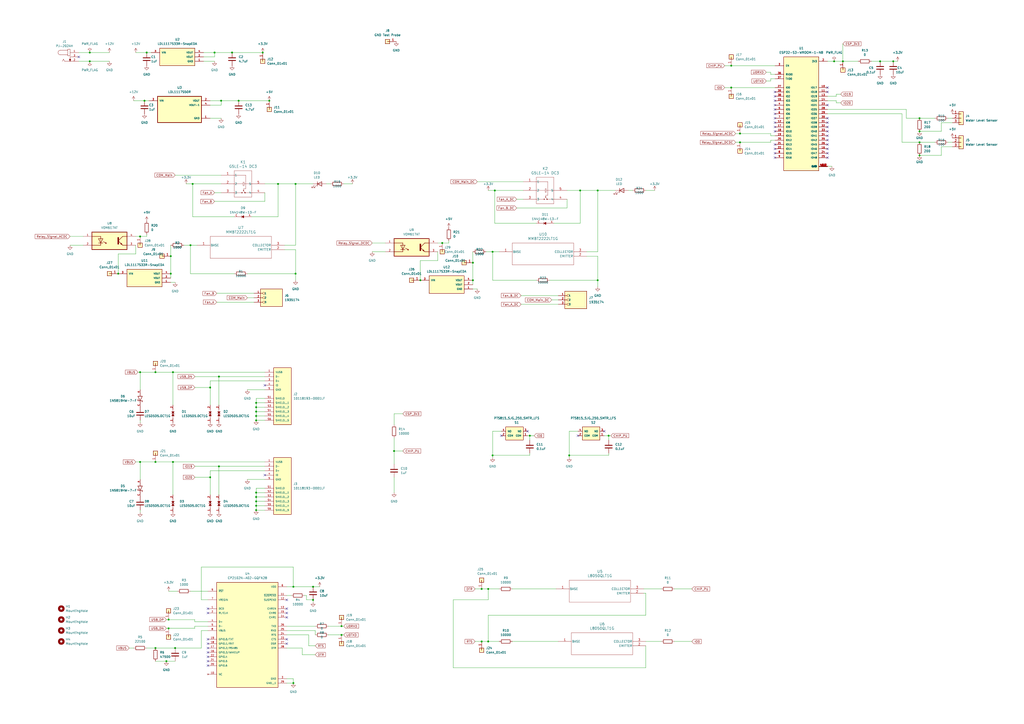
<source format=kicad_sch>
(kicad_sch (version 20230121) (generator eeschema)
  (paper "A2")
  (junction (at 198.12 368.3))
  (junction (at 483.87 35.56))
  (junction (at 274.32 162.56))
  (junction (at 128.27 58.42))
  (junction (at 533.4 82.55))
  (junction (at 171.45 158.75))
  (junction (at 90.17 267.97))
  (junction (at 533.4 68.58))
  (junction (at 97.79 359.41))
  (junction (at 279.4 341.63))
  (junction (at 279.4 372.11))
  (junction (at 96.52 383.54))
  (junction (at 171.45 106.68))
  (junction (at 336.55 110.49))
  (junction (at 346.71 162.56))
  (junction (at 285.75 264.16))
  (junction (at 97.79 364.49))
  (junction (at 170.18 396.24))
  (junction (at 90.17 215.9))
  (junction (at 283.21 341.63))
  (junction (at 353.06 252.73))
  (junction (at 148.59 241.3))
  (junction (at 148.59 236.22))
  (junction (at 198.12 363.22))
  (junction (at 134.62 30.48))
  (junction (at 429.26 82.55))
  (junction (at 283.21 372.11))
  (junction (at 148.59 288.29))
  (junction (at 307.34 252.73))
  (junction (at 152.4 30.48))
  (junction (at 510.54 35.56))
  (junction (at 101.6 375.92))
  (junction (at 170.18 340.36))
  (junction (at 81.28 137.16))
  (junction (at 81.28 267.97))
  (junction (at 148.59 238.76))
  (junction (at 85.09 30.48))
  (junction (at 83.82 58.42))
  (junction (at 518.16 35.56))
  (junction (at 138.43 58.42))
  (junction (at 99.06 158.75))
  (junction (at 100.33 267.97))
  (junction (at 228.6 261.62))
  (junction (at 488.95 35.56))
  (junction (at 111.76 106.68))
  (junction (at 127 218.44))
  (junction (at 124.46 30.48))
  (junction (at 533.4 76.2))
  (junction (at 52.07 30.48))
  (junction (at 330.2 264.16))
  (junction (at 99.06 148.59))
  (junction (at 148.59 285.75))
  (junction (at 110.49 142.24))
  (junction (at 156.21 58.42))
  (junction (at 424.18 38.1))
  (junction (at 81.28 215.9))
  (junction (at 424.18 50.8))
  (junction (at 121.92 276.86))
  (junction (at 148.59 293.37))
  (junction (at 274.32 152.4))
  (junction (at 148.59 295.91))
  (junction (at 68.58 158.75))
  (junction (at 533.4 90.17))
  (junction (at 181.61 340.36))
  (junction (at 243.84 162.56))
  (junction (at 346.71 110.49))
  (junction (at 148.59 290.83))
  (junction (at 100.33 215.9))
  (junction (at 121.92 224.79))
  (junction (at 148.59 243.84))
  (junction (at 285.75 146.05))
  (junction (at 256.54 140.97))
  (junction (at 161.29 106.68))
  (junction (at 90.17 375.92))
  (junction (at 52.07 35.56))
  (junction (at 181.61 347.98))
  (junction (at 148.59 233.68))
  (junction (at 429.26 77.47))
  (junction (at 287.02 110.49))
  (junction (at 127 270.51))
  (no_connect (at 449.58 55.88))
  (no_connect (at 153.67 275.59))
  (no_connect (at 480.06 50.8))
  (no_connect (at 480.06 91.44))
  (no_connect (at 166.37 370.84))
  (no_connect (at 480.06 76.2))
  (no_connect (at 449.58 71.12))
  (no_connect (at 449.58 91.44))
  (no_connect (at 449.58 58.42))
  (no_connect (at 449.58 83.82))
  (no_connect (at 480.06 73.66))
  (no_connect (at 45.72 33.02))
  (no_connect (at 449.58 68.58))
  (no_connect (at 166.37 373.38))
  (no_connect (at 449.58 73.66))
  (no_connect (at 449.58 63.5))
  (no_connect (at 480.06 81.28))
  (no_connect (at 480.06 53.34))
  (no_connect (at 120.65 386.08))
  (no_connect (at 480.06 60.96))
  (no_connect (at 335.28 252.73))
  (no_connect (at 449.58 76.2))
  (no_connect (at 120.65 383.54))
  (no_connect (at 166.37 358.14))
  (no_connect (at 120.65 370.84))
  (no_connect (at 480.06 78.74))
  (no_connect (at 120.65 381))
  (no_connect (at 480.06 68.58))
  (no_connect (at 120.65 378.46))
  (no_connect (at 166.37 355.6))
  (no_connect (at 480.06 88.9))
  (no_connect (at 449.58 88.9))
  (no_connect (at 306.07 250.19))
  (no_connect (at 449.58 86.36))
  (no_connect (at 166.37 353.06))
  (no_connect (at 120.65 355.6))
  (no_connect (at 480.06 71.12))
  (no_connect (at 449.58 53.34))
  (no_connect (at 449.58 60.96))
  (no_connect (at 480.06 86.36))
  (no_connect (at 480.06 83.82))
  (no_connect (at 166.37 347.98))
  (no_connect (at 120.65 375.92))
  (no_connect (at 290.83 252.73))
  (no_connect (at 120.65 373.38))
  (no_connect (at 350.52 250.19))
  (no_connect (at 153.67 223.52))
  (no_connect (at 449.58 66.04))
  (no_connect (at 120.65 353.06))
  (wire (pts (xy 346.71 148.59) (xy 346.71 162.56)))
  (wire (pts (xy 336.55 129.54) (xy 336.55 110.49)))
  (wire (pts (xy 118.11 30.48) (xy 124.46 30.48)))
  (wire (pts (xy 285.75 264.16) (xy 307.34 264.16)))
  (wire (pts (xy 148.59 290.83) (xy 153.67 290.83)))
  (wire (pts (xy 78.74 142.24) (xy 78.74 147.32)))
  (wire (pts (xy 81.28 215.9) (xy 90.17 215.9)))
  (wire (pts (xy 170.18 393.7) (xy 170.18 396.24)))
  (wire (pts (xy 198.12 363.22) (xy 199.39 363.22)))
  (wire (pts (xy 171.45 142.24) (xy 165.1 142.24)))
  (wire (pts (xy 228.6 276.86) (xy 228.6 285.75)))
  (wire (pts (xy 85.09 30.48) (xy 87.63 30.48)))
  (wire (pts (xy 287.02 129.54) (xy 287.02 110.49)))
  (wire (pts (xy 429.26 82.55) (xy 447.04 82.55)))
  (wire (pts (xy 297.18 372.11) (xy 323.85 372.11)))
  (wire (pts (xy 148.59 236.22) (xy 148.59 238.76)))
  (wire (pts (xy 307.34 252.73) (xy 309.88 252.73)))
  (wire (pts (xy 128.27 60.96) (xy 128.27 58.42)))
  (wire (pts (xy 424.18 50.8) (xy 449.58 50.8)))
  (wire (pts (xy 279.4 372.11) (xy 283.21 372.11)))
  (wire (pts (xy 78.74 30.48) (xy 85.09 30.48)))
  (wire (pts (xy 175.26 375.92) (xy 175.26 379.73)))
  (wire (pts (xy 90.17 267.97) (xy 100.33 267.97)))
  (wire (pts (xy 45.72 35.56) (xy 52.07 35.56)))
  (wire (pts (xy 124.46 30.48) (xy 134.62 30.48)))
  (wire (pts (xy 228.6 261.62) (xy 228.6 269.24)))
  (wire (pts (xy 346.71 162.56) (xy 346.71 166.37)))
  (wire (pts (xy 287.02 110.49) (xy 303.53 110.49)))
  (wire (pts (xy 148.59 233.68) (xy 148.59 236.22)))
  (wire (pts (xy 276.86 105.41) (xy 303.53 105.41)))
  (wire (pts (xy 480.06 58.42) (xy 485.14 58.42)))
  (wire (pts (xy 148.59 236.22) (xy 153.67 236.22)))
  (wire (pts (xy 353.06 252.73) (xy 354.33 252.73)))
  (wire (pts (xy 148.59 241.3) (xy 148.59 243.84)))
  (wire (pts (xy 148.59 231.14) (xy 148.59 233.68)))
  (wire (pts (xy 100.33 215.9) (xy 153.67 215.9)))
  (wire (pts (xy 520.7 35.56) (xy 518.16 35.56)))
  (wire (pts (xy 45.72 30.48) (xy 52.07 30.48)))
  (wire (pts (xy 228.6 261.62) (xy 233.68 261.62)))
  (wire (pts (xy 113.03 364.49) (xy 113.03 363.22)))
  (wire (pts (xy 444.5 41.91) (xy 447.04 41.91)))
  (wire (pts (xy 166.37 365.76) (xy 182.88 365.76)))
  (wire (pts (xy 330.2 250.19) (xy 330.2 264.16)))
  (wire (pts (xy 146.05 125.73) (xy 161.29 125.73)))
  (wire (pts (xy 113.03 270.51) (xy 127 270.51)))
  (wire (pts (xy 374.65 110.49) (xy 379.73 110.49)))
  (wire (pts (xy 485.14 55.88) (xy 485.14 54.61)))
  (wire (pts (xy 121.92 276.86) (xy 121.92 273.05)))
  (wire (pts (xy 346.71 146.05) (xy 340.36 146.05)))
  (wire (pts (xy 148.59 288.29) (xy 148.59 290.83)))
  (wire (pts (xy 336.55 110.49) (xy 346.71 110.49)))
  (wire (pts (xy 374.65 374.65) (xy 374.65 387.35)))
  (wire (pts (xy 113.03 218.44) (xy 127 218.44)))
  (wire (pts (xy 121.92 68.58) (xy 128.27 68.58)))
  (wire (pts (xy 148.59 290.83) (xy 148.59 293.37)))
  (wire (pts (xy 254 151.13) (xy 243.84 151.13)))
  (wire (pts (xy 353.06 262.89) (xy 353.06 264.16)))
  (wire (pts (xy 121.92 276.86) (xy 121.92 287.02)))
  (wire (pts (xy 121.92 220.98) (xy 153.67 220.98)))
  (wire (pts (xy 143.51 172.72) (xy 147.32 172.72)))
  (wire (pts (xy 549.91 82.55) (xy 552.45 82.55)))
  (wire (pts (xy 525.78 68.58) (xy 533.4 68.58)))
  (wire (pts (xy 124.46 111.76) (xy 128.27 111.76)))
  (wire (pts (xy 124.46 116.84) (xy 153.67 116.84)))
  (wire (pts (xy 373.38 341.63) (xy 383.54 341.63)))
  (wire (pts (xy 518.16 35.56) (xy 510.54 35.56)))
  (wire (pts (xy 374.65 387.35) (xy 262.89 387.35)))
  (wire (pts (xy 40.64 142.24) (xy 48.26 142.24)))
  (wire (pts (xy 546.1 90.17) (xy 533.4 90.17)))
  (wire (pts (xy 447.04 77.47) (xy 447.04 78.74)))
  (wire (pts (xy 113.03 224.79) (xy 121.92 224.79)))
  (wire (pts (xy 546.1 85.09) (xy 546.1 90.17)))
  (wire (pts (xy 81.28 267.97) (xy 81.28 278.13)))
  (wire (pts (xy 281.94 146.05) (xy 285.75 146.05)))
  (wire (pts (xy 148.59 233.68) (xy 153.67 233.68)))
  (wire (pts (xy 480.06 55.88) (xy 485.14 55.88)))
  (wire (pts (xy 311.15 162.56) (xy 285.75 162.56)))
  (wire (pts (xy 110.49 342.9) (xy 120.65 342.9)))
  (wire (pts (xy 118.11 33.02) (xy 124.46 33.02)))
  (wire (pts (xy 262.89 347.98) (xy 283.21 347.98)))
  (wire (pts (xy 166.37 393.7) (xy 170.18 393.7)))
  (wire (pts (xy 99.06 148.59) (xy 99.06 158.75)))
  (wire (pts (xy 138.43 58.42) (xy 156.21 58.42)))
  (wire (pts (xy 165.1 144.78) (xy 171.45 144.78)))
  (wire (pts (xy 128.27 58.42) (xy 138.43 58.42)))
  (wire (pts (xy 176.53 345.44) (xy 177.8 345.44)))
  (wire (pts (xy 116.84 347.98) (xy 116.84 328.93)))
  (wire (pts (xy 321.31 129.54) (xy 336.55 129.54)))
  (wire (pts (xy 116.84 375.92) (xy 101.6 375.92)))
  (wire (pts (xy 171.45 158.75) (xy 171.45 162.56)))
  (wire (pts (xy 549.91 68.58) (xy 552.45 68.58)))
  (wire (pts (xy 52.07 35.56) (xy 63.5 35.56)))
  (wire (pts (xy 483.87 35.56) (xy 488.95 35.56)))
  (wire (pts (xy 90.17 383.54) (xy 96.52 383.54)))
  (wire (pts (xy 171.45 106.68) (xy 171.45 142.24)))
  (wire (pts (xy 198.12 368.3) (xy 199.39 368.3)))
  (wire (pts (xy 373.38 344.17) (xy 374.65 344.17)))
  (wire (pts (xy 85.09 135.89) (xy 85.09 137.16)))
  (wire (pts (xy 99.06 142.24) (xy 99.06 148.59)))
  (wire (pts (xy 179.07 368.3) (xy 179.07 374.65)))
  (wire (pts (xy 335.28 250.19) (xy 330.2 250.19)))
  (wire (pts (xy 78.74 137.16) (xy 81.28 137.16)))
  (wire (pts (xy 127 270.51) (xy 127 287.02)))
  (wire (pts (xy 346.71 110.49) (xy 346.71 146.05)))
  (wire (pts (xy 485.14 58.42) (xy 485.14 59.69)))
  (wire (pts (xy 283.21 372.11) (xy 289.56 372.11)))
  (wire (pts (xy 274.32 162.56) (xy 274.32 165.1)))
  (wire (pts (xy 256.54 140.97) (xy 260.35 140.97)))
  (wire (pts (xy 166.37 345.44) (xy 168.91 345.44)))
  (wire (pts (xy 148.59 295.91) (xy 153.67 295.91)))
  (wire (pts (xy 81.28 137.16) (xy 85.09 137.16)))
  (wire (pts (xy 447.04 78.74) (xy 449.58 78.74)))
  (wire (pts (xy 285.75 146.05) (xy 289.56 146.05)))
  (wire (pts (xy 215.9 146.05) (xy 223.52 146.05)))
  (wire (pts (xy 116.84 365.76) (xy 116.84 375.92)))
  (wire (pts (xy 110.49 158.75) (xy 110.49 142.24)))
  (wire (pts (xy 299.72 120.65) (xy 328.93 120.65)))
  (wire (pts (xy 100.33 267.97) (xy 100.33 287.02)))
  (wire (pts (xy 525.78 63.5) (xy 525.78 68.58)))
  (wire (pts (xy 148.59 285.75) (xy 148.59 288.29)))
  (wire (pts (xy 505.46 35.56) (xy 510.54 35.56)))
  (wire (pts (xy 330.2 264.16) (xy 330.2 265.43)))
  (wire (pts (xy 166.37 396.24) (xy 170.18 396.24)))
  (wire (pts (xy 77.47 58.42) (xy 83.82 58.42)))
  (wire (pts (xy 485.14 59.69) (xy 487.68 59.69)))
  (wire (pts (xy 113.03 276.86) (xy 121.92 276.86)))
  (wire (pts (xy 546.1 76.2) (xy 533.4 76.2)))
  (wire (pts (xy 444.5 46.99) (xy 447.04 46.99)))
  (wire (pts (xy 260.35 140.97) (xy 260.35 139.7)))
  (wire (pts (xy 143.51 278.13) (xy 153.67 278.13)))
  (wire (pts (xy 121.92 60.96) (xy 128.27 60.96)))
  (wire (pts (xy 533.4 82.55) (xy 542.29 82.55)))
  (wire (pts (xy 283.21 347.98) (xy 283.21 341.63)))
  (wire (pts (xy 81.28 267.97) (xy 90.17 267.97)))
  (wire (pts (xy 297.18 341.63) (xy 322.58 341.63)))
  (wire (pts (xy 350.52 252.73) (xy 353.06 252.73)))
  (wire (pts (xy 121.92 273.05) (xy 153.67 273.05)))
  (wire (pts (xy 285.75 250.19) (xy 285.75 264.16)))
  (wire (pts (xy 90.17 375.92) (xy 101.6 375.92)))
  (wire (pts (xy 116.84 328.93) (xy 170.18 328.93)))
  (wire (pts (xy 81.28 215.9) (xy 81.28 226.06)))
  (wire (pts (xy 127 218.44) (xy 153.67 218.44)))
  (wire (pts (xy 488.95 35.56) (xy 497.84 35.56)))
  (wire (pts (xy 254 146.05) (xy 254 151.13)))
  (wire (pts (xy 523.24 66.04) (xy 523.24 82.55)))
  (wire (pts (xy 285.75 162.56) (xy 285.75 146.05)))
  (wire (pts (xy 118.11 35.56) (xy 124.46 35.56)))
  (wire (pts (xy 181.61 349.25) (xy 181.61 347.98)))
  (wire (pts (xy 52.07 30.48) (xy 63.5 30.48)))
  (wire (pts (xy 148.59 293.37) (xy 153.67 293.37)))
  (wire (pts (xy 177.8 345.44) (xy 177.8 347.98)))
  (wire (pts (xy 283.21 110.49) (xy 287.02 110.49)))
  (wire (pts (xy 153.67 106.68) (xy 161.29 106.68)))
  (wire (pts (xy 426.72 82.55) (xy 429.26 82.55)))
  (wire (pts (xy 275.59 341.63) (xy 279.4 341.63)))
  (wire (pts (xy 318.77 162.56) (xy 346.71 162.56)))
  (wire (pts (xy 182.88 365.76) (xy 182.88 368.3)))
  (wire (pts (xy 374.65 356.87) (xy 283.21 356.87)))
  (wire (pts (xy 121.92 224.79) (xy 121.92 220.98)))
  (wire (pts (xy 177.8 347.98) (xy 181.61 347.98)))
  (wire (pts (xy 148.59 288.29) (xy 153.67 288.29)))
  (wire (pts (xy 124.46 33.02) (xy 124.46 30.48)))
  (wire (pts (xy 153.67 283.21) (xy 148.59 283.21)))
  (wire (pts (xy 285.75 264.16) (xy 285.75 265.43)))
  (wire (pts (xy 447.04 82.55) (xy 447.04 81.28)))
  (wire (pts (xy 447.04 43.18) (xy 449.58 43.18)))
  (wire (pts (xy 190.5 368.3) (xy 198.12 368.3)))
  (wire (pts (xy 125.73 170.18) (xy 147.32 170.18)))
  (wire (pts (xy 364.49 110.49) (xy 367.03 110.49)))
  (wire (pts (xy 101.6 101.6) (xy 128.27 101.6)))
  (wire (pts (xy 127 270.51) (xy 153.67 270.51)))
  (wire (pts (xy 283.21 356.87) (xy 283.21 372.11)))
  (wire (pts (xy 480.06 35.56) (xy 483.87 35.56)))
  (wire (pts (xy 113.03 360.68) (xy 120.65 360.68)))
  (wire (pts (xy 40.64 137.16) (xy 48.26 137.16)))
  (wire (pts (xy 113.03 359.41) (xy 113.03 360.68)))
  (wire (pts (xy 353.06 264.16) (xy 330.2 264.16)))
  (wire (pts (xy 181.61 340.36) (xy 185.42 340.36)))
  (wire (pts (xy 429.26 77.47) (xy 447.04 77.47)))
  (wire (pts (xy 374.65 344.17) (xy 374.65 356.87)))
  (wire (pts (xy 134.62 30.48) (xy 152.4 30.48)))
  (wire (pts (xy 111.76 106.68) (xy 128.27 106.68)))
  (wire (pts (xy 480.06 66.04) (xy 523.24 66.04)))
  (wire (pts (xy 233.68 240.03) (xy 228.6 240.03)))
  (wire (pts (xy 353.06 252.73) (xy 353.06 255.27)))
  (wire (pts (xy 68.58 147.32) (xy 68.58 158.75)))
  (wire (pts (xy 306.07 252.73) (xy 307.34 252.73)))
  (wire (pts (xy 148.59 238.76) (xy 148.59 241.3)))
  (wire (pts (xy 148.59 293.37) (xy 148.59 295.91)))
  (wire (pts (xy 189.23 106.68) (xy 191.77 106.68)))
  (wire (pts (xy 80.01 215.9) (xy 81.28 215.9)))
  (wire (pts (xy 290.83 250.19) (xy 285.75 250.19)))
  (wire (pts (xy 161.29 125.73) (xy 161.29 106.68)))
  (wire (pts (xy 228.6 254) (xy 228.6 261.62)))
  (wire (pts (xy 274.32 146.05) (xy 274.32 152.4)))
  (wire (pts (xy 420.37 38.1) (xy 424.18 38.1)))
  (wire (pts (xy 143.51 226.06) (xy 153.67 226.06)))
  (wire (pts (xy 83.82 58.42) (xy 86.36 58.42)))
  (wire (pts (xy 153.67 111.76) (xy 153.67 116.84)))
  (wire (pts (xy 346.71 110.49) (xy 356.87 110.49)))
  (wire (pts (xy 279.4 341.63) (xy 283.21 341.63)))
  (wire (pts (xy 99.06 163.83) (xy 101.6 163.83)))
  (wire (pts (xy 148.59 283.21) (xy 148.59 285.75)))
  (wire (pts (xy 447.04 45.72) (xy 449.58 45.72)))
  (wire (pts (xy 113.03 363.22) (xy 120.65 363.22)))
  (wire (pts (xy 96.52 359.41) (xy 97.79 359.41)))
  (wire (pts (xy 148.59 285.75) (xy 153.67 285.75)))
  (wire (pts (xy 391.16 372.11) (xy 401.32 372.11)))
  (wire (pts (xy 287.02 129.54) (xy 311.15 129.54)))
  (wire (pts (xy 121.92 58.42) (xy 128.27 58.42)))
  (wire (pts (xy 148.59 238.76) (xy 153.67 238.76)))
  (wire (pts (xy 135.89 158.75) (xy 110.49 158.75)))
  (wire (pts (xy 111.76 125.73) (xy 135.89 125.73)))
  (wire (pts (xy 99.06 158.75) (xy 99.06 161.29)))
  (wire (pts (xy 320.04 173.99) (xy 323.85 173.99)))
  (wire (pts (xy 125.73 175.26) (xy 147.32 175.26)))
  (wire (pts (xy 302.26 176.53) (xy 323.85 176.53)))
  (wire (pts (xy 148.59 241.3) (xy 153.67 241.3)))
  (wire (pts (xy 447.04 41.91) (xy 447.04 43.18)))
  (wire (pts (xy 190.5 363.22) (xy 198.12 363.22)))
  (wire (pts (xy 170.18 340.36) (xy 181.61 340.36)))
  (wire (pts (xy 546.1 71.12) (xy 546.1 76.2)))
  (wire (pts (xy 488.95 25.4) (xy 488.95 35.56)))
  (wire (pts (xy 78.74 147.32) (xy 68.58 147.32)))
  (wire (pts (xy 166.37 368.3) (xy 179.07 368.3)))
  (wire (pts (xy 153.67 231.14) (xy 148.59 231.14)))
  (wire (pts (xy 485.14 54.61) (xy 487.68 54.61)))
  (wire (pts (xy 275.59 372.11) (xy 279.4 372.11)))
  (wire (pts (xy 166.37 375.92) (xy 175.26 375.92)))
  (wire (pts (xy 97.79 342.9) (xy 102.87 342.9)))
  (wire (pts (xy 307.34 262.89) (xy 307.34 264.16)))
  (wire (pts (xy 523.24 82.55) (xy 533.4 82.55)))
  (wire (pts (xy 111.76 125.73) (xy 111.76 106.68)))
  (wire (pts (xy 424.18 38.1) (xy 449.58 38.1)))
  (wire (pts (xy 546.1 85.09) (xy 552.45 85.09)))
  (wire (pts (xy 106.68 142.24) (xy 110.49 142.24)))
  (wire (pts (xy 480.06 63.5) (xy 525.78 63.5)))
  (wire (pts (xy 175.26 379.73) (xy 182.88 379.73)))
  (wire (pts (xy 254 140.97) (xy 256.54 140.97)))
  (wire (pts (xy 148.59 243.84) (xy 153.67 243.84)))
  (wire (pts (xy 143.51 158.75) (xy 171.45 158.75)))
  (wire (pts (xy 171.45 144.78) (xy 171.45 158.75)))
  (wire (pts (xy 166.37 340.36) (xy 170.18 340.36)))
  (wire (pts (xy 107.95 106.68) (xy 111.76 106.68)))
  (wire (pts (xy 340.36 148.59) (xy 346.71 148.59)))
  (wire (pts (xy 166.37 363.22) (xy 182.88 363.22)))
  (wire (pts (xy 96.52 364.49) (xy 97.79 364.49)))
  (wire (pts (xy 299.72 115.57) (xy 303.53 115.57)))
  (wire (pts (xy 391.16 341.63) (xy 401.32 341.63)))
  (wire (pts (xy 328.93 110.49) (xy 336.55 110.49)))
  (wire (pts (xy 85.09 375.92) (xy 90.17 375.92)))
  (wire (pts (xy 199.39 106.68) (xy 204.47 106.68)))
  (wire (pts (xy 170.18 328.93) (xy 170.18 340.36)))
  (wire (pts (xy 78.74 267.97) (xy 81.28 267.97)))
  (wire (pts (xy 447.04 81.28) (xy 449.58 81.28)))
  (wire (pts (xy 90.17 215.9) (xy 100.33 215.9)))
  (wire (pts (xy 96.52 383.54) (xy 101.6 383.54)))
  (wire (pts (xy 228.6 240.03) (xy 228.6 246.38)))
  (wire (pts (xy 482.6 96.52) (xy 480.06 96.52)))
  (wire (pts (xy 161.29 106.68) (xy 171.45 106.68)))
  (wire (pts (xy 328.93 115.57) (xy 328.93 120.65)))
  (wire (pts (xy 274.32 167.64) (xy 276.86 167.64)))
  (wire (pts (xy 179.07 374.65) (xy 182.88 374.65)))
  (wire (pts (xy 426.72 77.47) (xy 429.26 77.47)))
  (wire (pts (xy 447.04 46.99) (xy 447.04 45.72)))
  (wire (pts (xy 262.89 387.35) (xy 262.89 347.98)))
  (wire (pts (xy 100.33 215.9) (xy 100.33 234.95)))
  (wire (pts (xy 97.79 364.49) (xy 113.03 364.49)))
  (wire (pts (xy 283.21 341.63) (xy 289.56 341.63)))
  (wire (pts (xy 533.4 68.58) (xy 542.29 68.58)))
  (wire (pts (xy 374.65 372.11) (xy 383.54 372.11)))
  (wire (pts (xy 127 218.44) (xy 127 234.95)))
  (wire (pts (xy 420.37 50.8) (xy 424.18 50.8)))
  (wire (pts (xy 100.33 267.97) (xy 153.67 267.97)))
  (wire (pts (xy 121.92 224.79) (xy 121.92 234.95)))
  (wire (pts (xy 302.26 171.45) (xy 323.85 171.45)))
  (wire (pts (xy 81.28 243.84) (xy 81.28 245.11)))
  (wire (pts (xy 74.93 375.92) (xy 77.47 375.92)))
  (wire (pts (xy 307.34 252.73) (xy 307.34 255.27)))
  (wire (pts (xy 110.49 142.24) (xy 114.3 142.24)))
  (wire (pts (xy 274.32 152.4) (xy 274.32 162.56)))
  (wire (pts (xy 81.28 295.91) (xy 81.28 297.18)))
  (wire (pts (xy 120.65 365.76) (xy 116.84 365.76)))
  (wire (pts (xy 97.79 359.41) (xy 113.03 359.41)))
  (wire (pts (xy 171.45 106.68) (xy 181.61 106.68)))
  (wire (pts (xy 243.84 151.13) (xy 243.84 162.56)))
  (wire (pts (xy 546.1 71.12) (xy 552.45 71.12)))
  (wire (pts (xy 215.9 140.97) (xy 223.52 140.97)))
  (wire (pts (xy 120.65 347.98) (xy 116.84 347.98)))
  (global_label "COM_Main" (shape input) (at 101.6 101.6 180) (property "Intersheetrefs" "${INTERSHEET_REFS}" (effects hide)))
  (global_label "U0RXD" (shape input) (at 444.5 41.91 180) (property "Intersheetrefs" "${INTERSHEET_REFS}" (effects hide)))
  (global_label "Fan_B" (shape input) (at 125.73 170.18 180) (property "Intersheetrefs" "${INTERSHEET_REFS}" (effects hide)))
  (global_label "Relay_Signal_ACDC" (shape input) (at 426.72 77.47 180) (property "Intersheetrefs" "${INTERSHEET_REFS}" (effects hide)))
  (global_label "Relay_Signal_DCDC" (shape input) (at 215.9 140.97 180) (property "Intersheetrefs" "${INTERSHEET_REFS}" (effects hide)))
  (global_label "VBUS" (shape input) (at 78.74 267.97 180) (property "Intersheetrefs" "${INTERSHEET_REFS}" (effects hide)))
  (global_label "IO0" (shape input) (at 309.88 252.73 0) (property "Intersheetrefs" "${INTERSHEET_REFS}" (effects hide)))
  (global_label "Fan_A" (shape input) (at 125.73 175.26 180) (property "Intersheetrefs" "${INTERSHEET_REFS}" (effects hide)))
  (global_label "U0RXD" (shape input) (at 199.39 363.22 0) (property "Intersheetrefs" "${INTERSHEET_REFS}" (effects hide)))
  (global_label "Fan_B" (shape input) (at 124.46 116.84 180) (property "Intersheetrefs" "${INTERSHEET_REFS}" (effects hide)))
  (global_label "Fan_B_DC" (shape input) (at 299.72 120.65 180) (property "Intersheetrefs" "${INTERSHEET_REFS}" (effects hide)))
  (global_label "U0TXD" (shape input) (at 199.39 368.3 0) (property "Intersheetrefs" "${INTERSHEET_REFS}" (effects hide)))
  (global_label "CHIP_PU" (shape input) (at 401.32 341.63 0) (property "Intersheetrefs" "${INTERSHEET_REFS}" (effects hide)))
  (global_label "Fan_A_DC" (shape input) (at 299.72 115.57 180) (property "Intersheetrefs" "${INTERSHEET_REFS}" (effects hide)))
  (global_label "ESP_3V3" (shape input) (at 488.95 25.4 0) (property "Intersheetrefs" "${INTERSHEET_REFS}" (effects hide)))
  (global_label "COM_Main_DC" (shape input) (at 276.86 105.41 180) (property "Intersheetrefs" "${INTERSHEET_REFS}" (effects hide)))
  (global_label "CHIP_PU" (shape input) (at 420.37 38.1 180) (property "Intersheetrefs" "${INTERSHEET_REFS}" (effects hide)))
  (global_label "DTR" (shape input) (at 275.59 341.63 180) (property "Intersheetrefs" "${INTERSHEET_REFS}" (effects hide)))
  (global_label "IO19" (shape input) (at 487.68 54.61 0) (property "Intersheetrefs" "${INTERSHEET_REFS}" (effects hide)))
  (global_label "RTS" (shape input) (at 275.59 372.11 180) (property "Intersheetrefs" "${INTERSHEET_REFS}" (effects hide)))
  (global_label "IO0" (shape input) (at 420.37 50.8 180) (property "Intersheetrefs" "${INTERSHEET_REFS}" (effects hide)))
  (global_label "CHIP_PU" (shape input) (at 233.68 261.62 0) (property "Intersheetrefs" "${INTERSHEET_REFS}" (effects hide)))
  (global_label "COM_Main_DC" (shape input) (at 320.04 173.99 180) (property "Intersheetrefs" "${INTERSHEET_REFS}" (effects hide)))
  (global_label "Fan_A" (shape input) (at 124.46 111.76 180) (property "Intersheetrefs" "${INTERSHEET_REFS}" (effects hide)))
  (global_label "IO20" (shape input) (at 113.03 276.86 180) (property "Intersheetrefs" "${INTERSHEET_REFS}" (effects hide)))
  (global_label "Fan_B_DC" (shape input) (at 302.26 171.45 180) (property "Intersheetrefs" "${INTERSHEET_REFS}" (effects hide)))
  (global_label "USB_DP" (shape input) (at 113.03 224.79 180) (property "Intersheetrefs" "${INTERSHEET_REFS}" (effects hide)))
  (global_label "VBUS" (shape input) (at 80.01 215.9 180) (property "Intersheetrefs" "${INTERSHEET_REFS}" (effects hide)))
  (global_label "U0TXD" (shape input) (at 444.5 46.99 180) (property "Intersheetrefs" "${INTERSHEET_REFS}" (effects hide)))
  (global_label "VBUS" (shape input) (at 74.93 375.92 180) (property "Intersheetrefs" "${INTERSHEET_REFS}" (effects hide)))
  (global_label "USB_DN" (shape input) (at 96.52 364.49 180) (property "Intersheetrefs" "${INTERSHEET_REFS}" (effects hide)))
  (global_label "RTS" (shape input) (at 182.88 374.65 0) (property "Intersheetrefs" "${INTERSHEET_REFS}" (effects hide)))
  (global_label "IO20" (shape input) (at 487.68 59.69 0) (property "Intersheetrefs" "${INTERSHEET_REFS}" (effects hide)))
  (global_label "CHIP_PU" (shape input) (at 354.33 252.73 0) (property "Intersheetrefs" "${INTERSHEET_REFS}" (effects hide)))
  (global_label "ESP_3V3" (shape input) (at 233.68 240.03 0) (property "Intersheetrefs" "${INTERSHEET_REFS}" (effects hide)))
  (global_label "Relay_Signal_DCDC" (shape input) (at 426.72 82.55 180) (property "Intersheetrefs" "${INTERSHEET_REFS}" (effects hide)))
  (global_label "USB_DN" (shape input) (at 113.03 218.44 180) (property "Intersheetrefs" "${INTERSHEET_REFS}" (effects hide)))
  (global_label "COM_Main" (shape input) (at 143.51 172.72 180) (property "Intersheetrefs" "${INTERSHEET_REFS}" (effects hide)))
  (global_label "Fan_A_DC" (shape input) (at 302.26 176.53 180) (property "Intersheetrefs" "${INTERSHEET_REFS}" (effects hide)))
  (global_label "DTR" (shape input) (at 182.88 379.73 0) (property "Intersheetrefs" "${INTERSHEET_REFS}" (effects hide)))
  (global_label "Relay_Signal_ACDC" (shape input) (at 40.64 137.16 180) (property "Intersheetrefs" "${INTERSHEET_REFS}" (effects hide)))
  (global_label "USB_DP" (shape input) (at 96.52 359.41 180) (property "Intersheetrefs" "${INTERSHEET_REFS}" (effects hide)))
  (global_label "IO19" (shape input) (at 113.03 270.51 180) (property "Intersheetrefs" "${INTERSHEET_REFS}" (effects hide)))
  (global_label "IO0" (shape input) (at 401.32 372.11 0) (property "Intersheetrefs" "${INTERSHEET_REFS}" (effects hide)))
  (symbol (lib_id "Device:R") (at 314.96 162.56 90) (unit 1)
    (property "Reference" "R23" (at 314.96 161.29 90))
    (property "Value" "10000" (at 314.96 163.83 90))
    (property "Footprint" "Resistor_SMD:R_0805_2012Metric_Pad1.20x1.40mm_HandSolder" (effects hide))
  )
  (symbol (lib_id "power:GND") (at 83.82 66.04 0) (unit 1)
    (property "Reference" "#PWR08" (effects hide))
    (property "Value" "GND" (at 83.82 71.12 0))
  )
  (symbol (lib_id "ECE445:LESD5D5.0CT1G") (at 127 292.1 90) (unit 1)
    (property "Reference" "D4" (at 129.54 290.83 90) (effects (justify right)))
    (property "Value" "LESD5D5.0CT1G" (at 129.54 293.37 90) (effects (justify right)))
    (property "Footprint" "ECE445:LESD5D5_0CT1G" (effects hide))
    (property "MF" "Leshan Radio Co." (effects hide))
    (property "MAXIMUM_PACKAGE_HEIGHT" "0.7 mm" (effects hide))
    (property "Package" "None" (effects hide))
    (property "Price" "None" (effects hide))
    (property "Check_prices" "https://www.snapeda.com/parts/LESD5D5.0CT1G/Leshan+Radio+Co./view-part/?ref=eda" (effects hide))
    (property "STANDARD" "Manufacturer Recommendations" (effects hide))
    (property "PARTREV" "O" (effects hide))
    (property "SnapEDA_Link" "https://www.snapeda.com/parts/LESD5D5.0CT1G/Leshan+Radio+Co./view-part/?ref=snap" (effects hide))
    (property "MP" "LESD5D5.0CT1G" (effects hide))
    (property "Description" "\nTransient Voltage Suppressors for ESD Protection\n" (effects hide))
    (property "Availability" "Not in stock" (effects hide))
    (property "MANUFACTURER" "LRC" (effects hide))
  )
  (symbol (lib_id "power:GND") (at 510.54 43.18 0) (mirror y) (unit 1)
    (property "Reference" "#PWR014" (effects hide))
    (property "Value" "GND" (at 510.54 48.26 0))
  )
  (symbol (lib_id "Device:R") (at 85.09 132.08 0) (unit 1)
    (property "Reference" "R20" (at 87.63 130.81 0) (effects (justify left)))
    (property "Value" "0" (at 87.63 133.35 0) (effects (justify left)))
    (property "Footprint" "Resistor_SMD:R_0805_2012Metric_Pad1.20x1.40mm_HandSolder" (effects hide))
  )
  (symbol (lib_id "Mechanical:MountingHole") (at 35.56 372.11 0) (unit 1)
    (property "Reference" "H4" (at 38.1 370.84 0) (effects (justify left)))
    (property "Value" "MountingHole" (at 38.1 373.38 0) (effects (justify left)))
    (property "Footprint" "MountingHole:MountingHole_3.2mm_M3" (effects hide))
  )
  (symbol (lib_id "Device:R") (at 195.58 106.68 90) (unit 1)
    (property "Reference" "R19" (at 195.58 105.41 90))
    (property "Value" "1000" (at 195.58 107.95 90))
    (property "Footprint" "Resistor_SMD:R_0805_2012Metric_Pad1.20x1.40mm_HandSolder" (effects hide))
  )
  (symbol (lib_id "Device:R") (at 546.1 82.55 90) (unit 1)
    (property "Reference" "R16" (at 546.1 81.28 90))
    (property "Value" "100" (at 546.1 83.82 90))
    (property "Footprint" "Resistor_SMD:R_0805_2012Metric_Pad1.20x1.40mm_HandSolder" (effects hide))
  )
  (symbol (lib_id "Device:R") (at 186.69 368.3 90) (unit 1)
    (property "Reference" "R8" (at 186.69 367.03 90))
    (property "Value" "0" (at 186.69 369.57 90))
    (property "Footprint" "Resistor_SMD:R_0805_2012Metric_Pad1.20x1.40mm_HandSolder" (effects hide))
  )
  (symbol (lib_id "ECE445:LDL1117S33R-SnapEDA") (at 83.82 161.29 0) (unit 1)
    (property "Reference" "U11" (at 83.82 151.13 0))
    (property "Value" "LDL1117S33R-SnapEDA" (at 83.82 153.67 0))
    (property "Footprint" "ECE445:LDL1117S33R-SnapEDA" (effects hide))
    (property "DigiKey_Part_Number" "497-17239-2-ND" (effects hide))
    (property "MF" "STMicroelectronics" (effects hide))
    (property "MAXIMUM_PACKAGE_HEIGHT" "1.8 mm" (effects hide))
    (property "Package" "SOT-223 STMicroelectronics" (effects hide))
    (property "Check_prices" "https://www.snapeda.com/parts/LDL1117S33R/STMicroelectronics/view-part/?ref=eda" (effects hide))
    (property "STANDARD" "IPC 7351B" (effects hide))
    (property "PARTREV" "7" (effects hide))
    (property "SnapEDA_Link" "https://www.snapeda.com/parts/LDL1117S33R/STMicroelectronics/view-part/?ref=snap" (effects hide))
    (property "MP" "LDL1117S33R" (effects hide))
    (property "Purchase-URL" "https://www.snapeda.com/api/url_track_click_mouser/?unipart_id=865632&manufacturer=STMicroelectronics&part_name=LDL1117S33R&search_term=ldl1117s33r" (effects hide))
    (property "Description" "\nLinear Voltage Regulator IC Positive Fixed 1 Output 1.2A SOT-223\n" (effects hide))
    (property "SNAPEDA_PN" "LDL1117S33R" (effects hide))
    (property "MANUFACTURER" "STMicroelectronics" (effects hide))
  )
  (symbol (lib_id "ECE445:G5LE-14_DC3") (at 303.53 105.41 0) (unit 1)
    (property "Reference" "K2" (at 316.23 97.79 0) (effects (font (size 1.524 1.524))))
    (property "Value" "G5LE-14 DC3" (at 316.23 100.33 0) (effects (font (size 1.524 1.524))))
    (property "Footprint" "ECE445:G5LE-1 DC3" (effects hide))
    (property "Datasheet" "G5LE-14 DC3" (effects hide))
  )
  (symbol (lib_id "Connector_Generic:Conn_01x03") (at 557.53 82.55 0) (unit 1)
    (property "Reference" "J5" (at 560.07 81.28 0) (effects (justify left)))
    (property "Value" "Water Level Sensor" (at 560.07 83.82 0) (effects (justify left)))
    (property "Footprint" "ECE445:1935174" (effects hide))
  )
  (symbol (lib_id "ECE445:1N4148W-13-F") (at 316.23 129.54 180) (unit 1)
    (property "Reference" "D11" (at 316.23 124.46 0))
    (property "Value" "1N4148W-13-F" (at 316.23 127 0))
    (property "Footprint" "ECE445:1N4148W-13-F" (effects hide))
    (property "PARTREV" "28-2" (effects hide))
    (property "MANUFACTURER" "Diodes" (effects hide))
    (property "STANDARD" "IPC-7351B" (effects hide))
  )
  (symbol (lib_id "Connector_Generic:Conn_01x01") (at 256.54 146.05 270) (unit 1)
    (property "Reference" "J29" (at 257.81 143.51 90) (effects (justify left)))
    (property "Value" "Conn_01x01" (at 257.81 146.05 90) (effects (justify left)))
    (property "Footprint" "Connector_PinSocket_2.54mm:PinSocket_1x01_P2.54mm_Vertical" (effects hide))
  )
  (symbol (lib_id "power:PWR_FLAG") (at 52.07 30.48 0) (unit 1)
    (property "Reference" "#FLG01" (effects hide))
    (property "Value" "PWR_FLAG" (at 52.07 25.4 0))
  )
  (symbol (lib_id "power:GND") (at 533.4 76.2 0) (unit 1)
    (property "Reference" "#PWR037" (effects hide))
    (property "Value" "GND" (at 533.4 80.01 0))
  )
  (symbol (lib_id "power:GND") (at 100.33 297.18 0) (unit 1)
    (property "Reference" "#PWR033" (effects hide))
    (property "Value" "GND" (at 100.33 302.26 0))
  )
  (symbol (lib_id "power:+5V") (at 552.45 66.04 0) (unit 1)
    (property "Reference" "#PWR034" (effects hide))
    (property "Value" "+5V" (at 552.45 60.96 0))
  )
  (symbol (lib_id "power:+3.3V") (at 107.95 106.68 0) (unit 1)
    (property "Reference" "#PWR042" (effects hide))
    (property "Value" "+3.3V" (at 107.95 102.87 0))
  )
  (symbol (lib_id "ECE445:L8050QLT1G") (at 323.85 372.11 0) (unit 1)
    (property "Reference" "U6" (at 349.25 361.95 0) (effects (font (size 1.524 1.524))))
    (property "Value" "L8050QLT1G" (at 349.25 364.49 0) (effects (font (size 1.524 1.524))))
    (property "Footprint" "ECE445:SOT-23_ONS" (effects hide))
    (property "Datasheet" "KSC3265YMTF" (effects hide))
  )
  (symbol (lib_id "Device:R") (at 293.37 341.63 90) (unit 1)
    (property "Reference" "R9" (at 293.37 335.28 90))
    (property "Value" "10000" (at 293.37 337.82 90))
    (property "Footprint" "Resistor_SMD:R_0805_2012Metric_Pad1.20x1.40mm_HandSolder" (effects hide))
  )
  (symbol (lib_id "Connector_Generic:Conn_01x03") (at 557.53 68.58 0) (unit 1)
    (property "Reference" "J4" (at 560.07 67.31 0) (effects (justify left)))
    (property "Value" "Water Level Sensor" (at 560.07 69.85 0) (effects (justify left)))
    (property "Footprint" "ECE445:1935174" (effects hide))
  )
  (symbol (lib_id "Device:R") (at 533.4 86.36 0) (unit 1)
    (property "Reference" "R18" (at 535.94 85.09 0) (effects (justify left)))
    (property "Value" "200" (at 535.94 87.63 0) (effects (justify left)))
    (property "Footprint" "Resistor_SMD:R_0805_2012Metric_Pad1.20x1.40mm_HandSolder" (effects hide))
  )
  (symbol (lib_id "power:GND") (at 121.92 297.18 0) (unit 1)
    (property "Reference" "#PWR018" (effects hide))
    (property "Value" "GND" (at 121.92 302.26 0))
  )
  (symbol (lib_id "ECE445:L8050QLT1G") (at 322.58 341.63 0) (unit 1)
    (property "Reference" "U5" (at 347.98 331.47 0) (effects (font (size 1.524 1.524))))
    (property "Value" "L8050QLT1G" (at 347.98 334.01 0) (effects (font (size 1.524 1.524))))
    (property "Footprint" "ECE445:SOT-23_ONS" (effects hide))
    (property "Datasheet" "KSC3265YMTF" (effects hide))
  )
  (symbol (lib_id "Connector_Generic:Conn_01x01") (at 279.4 336.55 90) (unit 1)
    (property "Reference" "J25" (at 276.86 330.2 90) (effects (justify right)))
    (property "Value" "Conn_01x01" (at 276.86 332.74 90) (effects (justify right)))
    (property "Footprint" "Connector_PinSocket_2.54mm:PinSocket_1x01_P2.54mm_Vertical" (effects hide))
  )
  (symbol (lib_id "ECE445:MMBT2222LT1G") (at 114.3 142.24 0) (unit 1)
    (property "Reference" "U7" (at 139.7 132.08 0) (effects (font (size 1.524 1.524))))
    (property "Value" "MMBT2222LT1G" (at 139.7 134.62 0) (effects (font (size 1.524 1.524))))
    (property "Footprint" "ECE445:MMBT2222LT1G" (effects hide))
    (property "Datasheet" "MMBT2222LT1G" (effects hide))
  )
  (symbol (lib_id "Device:R") (at 228.6 250.19 0) (unit 1)
    (property "Reference" "R14" (at 231.14 248.92 0) (effects (justify left)))
    (property "Value" "10000" (at 231.14 251.46 0) (effects (justify left)))
    (property "Footprint" "Resistor_SMD:R_0805_2012Metric_Pad1.20x1.40mm_HandSolder" (effects hide))
  )
  (symbol (lib_id "Device:C") (at 101.6 379.73 0) (unit 1)
    (property "Reference" "C9" (at 105.41 378.46 0) (effects (justify left)))
    (property "Value" "1uF" (at 105.41 381 0) (effects (justify left)))
    (property "Footprint" "Capacitor_SMD:C_0805_2012Metric_Pad1.18x1.45mm_HandSolder" (effects hide))
  )
  (symbol (lib_id "Device:LED") (at 360.68 110.49 0) (unit 1)
    (property "Reference" "D12" (at 359.0925 104.14 0))
    (property "Value" "LED" (at 359.0925 106.68 0))
    (property "Footprint" "Diode_SMD:D_0805_2012Metric_Pad1.15x1.40mm_HandSolder" (effects hide))
  )
  (symbol (lib_id "power:GND") (at 128.27 68.58 0) (unit 1)
    (property "Reference" "#PWR036" (effects hide))
    (property "Value" "GND" (at 128.27 73.66 0))
  )
  (symbol (lib_id "power:GND") (at 138.43 66.04 0) (unit 1)
    (property "Reference" "#PWR039" (effects hide))
    (property "Value" "GND" (at 138.43 71.12 0))
  )
  (symbol (lib_id "ECE445:10118193-0001LF") (at 163.83 275.59 0) (unit 1)
    (property "Reference" "J3" (at 170.18 280.67 0) (effects (justify left)))
    (property "Value" "10118193-0001LF" (at 170.18 283.21 0) (effects (justify left)))
    (property "Footprint" "ECE445:10118193-0001LF" (effects hide))
    (property "PARTREV" "E" (effects hide))
    (property "MANUFACTURER" "Amphenol FCI" (effects hide))
    (property "MAXIMUM_PACKAGE_HEIGHT" "2.55 mm" (effects hide))
    (property "STANDARD" "Manufacturer Recommendations" (effects hide))
  )
  (symbol (lib_id "Device:C") (at 134.62 34.29 0) (unit 1)
    (property "Reference" "C2" (at 138.43 33.02 0) (effects (justify left)))
    (property "Value" "4.7uF" (at 138.43 35.56 0) (effects (justify left)))
    (property "Footprint" "Capacitor_SMD:C_0805_2012Metric_Pad1.18x1.45mm_HandSolder" (effects hide))
  )
  (symbol (lib_id "power:GND") (at 229.87 24.13 0) (unit 1)
    (property "Reference" "#PWR051" (effects hide))
    (property "Value" "GND" (at 229.87 29.21 0))
  )
  (symbol (lib_id "ECE445:1N5819HW-7-F") (at 81.28 283.21 270) (unit 1)
    (property "Reference" "D5" (at 69.85 281.94 90) (effects (justify left)))
    (property "Value" "1N5819HW-7-F" (at 63.5 284.48 90) (effects (justify left)))
    (property "Footprint" "ECE445:1N5819HW-7-F" (effects hide))
    (property "PARTREV" "18-2" (effects hide))
    (property "STANDARD" "IPC-7351B" (effects hide))
    (property "MANUFACTURER" "Diodes Inc." (effects hide))
  )
  (symbol (lib_id "Connector_Generic:Conn_01x01") (at 156.21 63.5 270) (unit 1)
    (property "Reference" "J11" (at 158.75 62.23 90) (effects (justify left)))
    (property "Value" "Conn_01x01" (at 158.75 64.77 90) (effects (justify left)))
    (property "Footprint" "Connector_PinSocket_2.54mm:PinSocket_1x01_P2.54mm_Vertical" (effects hide))
  )
  (symbol (lib_id "ECE445:VOM617AT") (at 63.5 139.7 0) (unit 1)
    (property "Reference" "U8" (at 63.5 129.54 0))
    (property "Value" "VOM617AT" (at 63.5 132.08 0))
    (property "Footprint" "ECE445:VOM617AT" (effects hide))
    (property "MF" "Vishay Semiconductor" (effects hide))
    (property "Description" "\nVOM617AT DC Input Phototransistor Output Optocoupler, Surface Mount, 4-Pin SOP | Siliconix / Vishay VOM617AT\n" (effects hide))
    (property "Package" "SOP-4 Vishay Semiconductor" (effects hide))
    (property "Price" "None" (effects hide))
    (property "Check_prices" "https://www.snapeda.com/parts/VOM617AT/Vishay+Semiconductor+Opto+Division/view-part/?ref=eda" (effects hide))
    (property "SnapEDA_Link" "https://www.snapeda.com/parts/VOM617AT/Vishay+Semiconductor+Opto+Division/view-part/?ref=snap" (effects hide))
    (property "MP" "VOM617AT" (effects hide))
    (property "Purchase-URL" "https://www.snapeda.com/api/url_track_click_mouser/?unipart_id=289684&manufacturer=Vishay Semiconductor&part_name=VOM617AT&search_term=sop 4 pin" (effects hide))
    (property "Availability" "In Stock" (effects hide))
    (property "MANUFACTURER" "VISHAY" (effects hide))
  )
  (symbol (lib_id "Device:C") (at 353.06 259.08 0) (unit 1)
    (property "Reference" "C12" (at 356.87 257.81 0) (effects (justify left)))
    (property "Value" "0.1uF" (at 356.87 260.35 0) (effects (justify left)))
    (property "Footprint" "Capacitor_SMD:C_0805_2012Metric_Pad1.18x1.45mm_HandSolder" (effects hide))
  )
  (symbol (lib_id "ECE445:1N5819HW-7-F") (at 81.28 231.14 270) (unit 1)
    (property "Reference" "D6" (at 69.85 229.87 90) (effects (justify left)))
    (property "Value" "1N5819HW-7-F" (at 63.5 232.41 90) (effects (justify left)))
    (property "Footprint" "ECE445:1N5819HW-7-F" (effects hide))
    (property "PARTREV" "18-2" (effects hide))
    (property "STANDARD" "IPC-7351B" (effects hide))
    (property "MANUFACTURER" "Diodes Inc." (effects hide))
  )
  (symbol (lib_id "ECE445:LESD5D5.0CT1G") (at 121.92 240.03 90) (unit 1)
    (property "Reference" "D1" (at 105.41 238.76 90) (effects (justify right)))
    (property "Value" "LESD5D5.0CT1G" (at 105.41 241.3 90) (effects (justify right)))
    (property "Footprint" "ECE445:LESD5D5_0CT1G" (effects hide))
    (property "MF" "Leshan Radio Co." (effects hide))
    (property "MAXIMUM_PACKAGE_HEIGHT" "0.7 mm" (effects hide))
    (property "Package" "None" (effects hide))
    (property "Price" "None" (effects hide))
    (property "Check_prices" "https://www.snapeda.com/parts/LESD5D5.0CT1G/Leshan+Radio+Co./view-part/?ref=eda" (effects hide))
    (property "STANDARD" "Manufacturer Recommendations" (effects hide))
    (property "PARTREV" "O" (effects hide))
    (property "SnapEDA_Link" "https://www.snapeda.com/parts/LESD5D5.0CT1G/Leshan+Radio+Co./view-part/?ref=snap" (effects hide))
    (property "MP" "LESD5D5.0CT1G" (effects hide))
    (property "Description" "\nTransient Voltage Suppressors for ESD Protection\n" (effects hide))
    (property "Availability" "Not in stock" (effects hide))
    (property "MANUFACTURER" "LRC" (effects hide))
  )
  (symbol (lib_id "power:GND") (at 285.75 265.43 0) (unit 1)
    (property "Reference" "#PWR030" (effects hide))
    (property "Value" "GND" (at 285.75 270.51 0))
  )
  (symbol (lib_id "power:GND") (at 276.86 167.64 0) (unit 1)
    (property "Reference" "#PWR053" (effects hide))
    (property "Value" "GND" (at 276.86 172.72 0))
  )
  (symbol (lib_id "power:+12V") (at 63.5 30.48 0) (unit 1)
    (property "Reference" "#PWR01" (effects hide))
    (property "Value" "+12V" (at 63.5 25.4 0))
  )
  (symbol (lib_id "power:+3.3V") (at 185.42 340.36 0) (unit 1)
    (property "Reference" "#PWR025" (effects hide))
    (property "Value" "+3.3V" (at 185.42 335.28 0))
  )
  (symbol (lib_id "Connector_Generic:Conn_01x01") (at 269.24 152.4 180) (unit 1)
    (property "Reference" "J10" (at 264.16 148.59 0))
    (property "Value" "Conn_01x01" (at 264.16 151.13 0))
    (property "Footprint" "Connector_PinSocket_2.54mm:PinSocket_1x01_P2.54mm_Vertical" (effects hide))
  )
  (symbol (lib_id "ECE445:ESP32-S3-WROOM-1-N8") (at 464.82 63.5 0) (unit 1)
    (property "Reference" "U1" (at 464.82 27.94 0))
    (property "Value" "ESP32-S3-WROOM-1-N8" (at 464.82 30.48 0))
    (property "Footprint" "ECE445:ESP32-S3-WROOM-1-N8-SnapEDA" (effects hide))
    (property "DigiKey_Part_Number" "1965-ESP32-S3-WROOM-1-N8TR-ND" (effects hide))
    (property "MF" "Espressif Systems" (effects hide))
    (property "DESCRIPTION" "Bluetooth, WiFi 802.11b/g/n, Bluetooth v5.0 Transceiver Module 2.4GHz PCB Trace Surface Mount" (effects hide))
    (property "PACKAGE" "None" (effects hide))
    (property "PRICE" "None" (effects hide))
    (property "Package" "NON STANDARD Espressif Systems" (effects hide))
    (property "Check_prices" "https://www.snapeda.com/parts/ESP32-S3-WROOM-1-N8/Espressif+Systems/view-part/?ref=eda" (effects hide))
    (property "SnapEDA_Link" "https://www.snapeda.com/parts/ESP32-S3-WROOM-1-N8/Espressif+Systems/view-part/?ref=snap" (effects hide))
    (property "MP" "ESP32-S3-WROOM-1-N8" (effects hide))
    (property "Purchase-URL" "https://www.snapeda.com/api/url_track_click_mouser/?unipart_id=11020927&manufacturer=Espressif Systems&part_name=ESP32-S3-WROOM-1-N8&search_term=None" (effects hide))
    (property "Description" "\nWiFi 802.11a/b/g/n, Bluetooth v5.0 Transceiver Module 2.4GHz Antenna Not Included -\n" (effects hide))
    (property "AVAILABILITY" "In Stock" (effects hide))
    (property "PURCHASE-URL" "https://pricing.snapeda.com/search/part/ESP32-S3-WROOM-1-N8R8/?ref=eda" (effects hide))
  )
  (symbol (lib_id "Connector_Generic:Conn_01x01") (at 63.5 158.75 180) (unit 1)
    (property "Reference" "J27" (at 63.5 152.4 0))
    (property "Value" "Conn_01x01" (at 63.5 154.94 0))
    (property "Footprint" "Connector_PinSocket_2.54mm:PinSocket_1x01_P2.54mm_Vertical" (effects hide))
  )
  (symbol (lib_id "Connector_Generic:Conn_01x01") (at 198.12 358.14 90) (unit 1)
    (property "Reference" "J19" (at 200.66 356.87 90) (effects (justify right)))
    (property "Value" "Conn_01x01" (at 200.66 359.41 90) (effects (justify right)))
    (property "Footprint" "Connector_PinSocket_2.54mm:PinSocket_1x01_P2.54mm_Vertical" (effects hide))
  )
  (symbol (lib_id "power:GND") (at 181.61 349.25 0) (unit 1)
    (property "Reference" "#PWR026" (effects hide))
    (property "Value" "GND" (at 181.61 354.33 0))
  )
  (symbol (lib_id "ECE445:1N4148W-13-F") (at 140.97 125.73 180) (unit 1)
    (property "Reference" "D9" (at 140.97 120.65 0))
    (property "Value" "1N4148W-13-F" (at 140.97 123.19 0))
    (property "Footprint" "ECE445:1N4148W-13-F" (effects hide))
    (property "PARTREV" "28-2" (effects hide))
    (property "MANUFACTURER" "Diodes" (effects hide))
    (property "STANDARD" "IPC-7351B" (effects hide))
  )
  (symbol (lib_id "Device:C") (at 83.82 62.23 0) (unit 1)
    (property "Reference" "C3" (at 86.36 60.96 0) (effects (justify left)))
    (property "Value" "1uF" (at 86.36 63.5 0) (effects (justify left)))
    (property "Footprint" "Capacitor_SMD:C_0805_2012Metric_Pad1.18x1.45mm_HandSolder" (effects hide))
  )
  (symbol (lib_id "Connector_Generic:Conn_01x01") (at 90.17 210.82 90) (unit 1)
    (property "Reference" "J20" (at 92.71 209.55 90) (effects (justify right)))
    (property "Value" "Conn_01x01" (at 92.71 212.09 90) (effects (justify right)))
    (property "Footprint" "Connector_PinSocket_2.54mm:PinSocket_1x01_P2.54mm_Vertical" (effects hide))
  )
  (symbol (lib_id "Device:R") (at 172.72 345.44 270) (unit 1)
    (property "Reference" "R4" (at 172.72 347.98 90))
    (property "Value" "10000" (at 172.72 350.52 90))
    (property "Footprint" "Resistor_SMD:R_0805_2012Metric_Pad1.20x1.40mm_HandSolder" (effects hide))
  )
  (symbol (lib_id "Device:R") (at 106.68 342.9 90) (unit 1)
    (property "Reference" "R3" (at 106.68 336.55 90))
    (property "Value" "1000" (at 106.68 339.09 90))
    (property "Footprint" "Resistor_SMD:R_0805_2012Metric_Pad1.20x1.40mm_HandSolder" (effects hide))
  )
  (symbol (lib_id "Mechanical:MountingHole") (at 35.56 365.76 0) (unit 1)
    (property "Reference" "H3" (at 38.1 364.49 0) (effects (justify left)))
    (property "Value" "MountingHole" (at 38.1 367.03 0) (effects (justify left)))
    (property "Footprint" "MountingHole:MountingHole_3.2mm_M3" (effects hide))
  )
  (symbol (lib_id "Device:LED") (at 185.42 106.68 0) (unit 1)
    (property "Reference" "D10" (at 183.8325 100.33 0))
    (property "Value" "LED" (at 183.8325 102.87 0))
    (property "Footprint" "Diode_SMD:D_0805_2012Metric_Pad1.15x1.40mm_HandSolder" (effects hide))
  )
  (symbol (lib_id "power:GND") (at 124.46 35.56 0) (unit 1)
    (property "Reference" "#PWR04" (effects hide))
    (property "Value" "GND" (at 124.46 40.64 0))
  )
  (symbol (lib_id "power:GND") (at 171.45 162.56 0) (unit 1)
    (property "Reference" "#PWR043" (effects hide))
    (property "Value" "GND" (at 171.45 167.64 0))
  )
  (symbol (lib_id "Device:R") (at 186.69 363.22 90) (unit 1)
    (property "Reference" "R7" (at 186.69 361.95 90))
    (property "Value" "0" (at 186.69 364.49 90))
    (property "Footprint" "Resistor_SMD:R_0805_2012Metric_Pad1.20x1.40mm_HandSolder" (effects hide))
  )
  (symbol (lib_id "power:GND") (at 81.28 245.11 0) (unit 1)
    (property "Reference" "#PWR022" (effects hide))
    (property "Value" "GND" (at 81.28 250.19 0))
  )
  (symbol (lib_id "power:GND") (at 85.09 38.1 0) (unit 1)
    (property "Reference" "#PWR012" (effects hide))
    (property "Value" "GND" (at 85.09 43.18 0))
  )
  (symbol (lib_id "power:+5V") (at 85.09 128.27 0) (unit 1)
    (property "Reference" "#PWR045" (effects hide))
    (property "Value" "+5V" (at 85.09 123.19 0))
  )
  (symbol (lib_id "power:GND") (at 127 297.18 0) (unit 1)
    (property "Reference" "#PWR019" (effects hide))
    (property "Value" "GND" (at 127 302.26 0))
  )
  (symbol (lib_id "power:+12V") (at 77.47 58.42 0) (unit 1)
    (property "Reference" "#PWR06" (effects hide))
    (property "Value" "+12V" (at 77.47 53.34 0))
  )
  (symbol (lib_id "power:GND") (at 533.4 90.17 0) (unit 1)
    (property "Reference" "#PWR038" (effects hide))
    (property "Value" "GND" (at 533.4 93.98 0))
  )
  (symbol (lib_id "power:+3.3V") (at 283.21 110.49 0) (unit 1)
    (property "Reference" "#PWR048" (effects hide))
    (property "Value" "+3.3V" (at 283.21 106.68 0))
  )
  (symbol (lib_id "ECE445:G5LE-14_DC3") (at 128.27 101.6 0) (unit 1)
    (property "Reference" "K1" (at 140.97 93.98 0) (effects (font (size 1.524 1.524))))
    (property "Value" "G5LE-14 DC3" (at 140.97 96.52 0) (effects (font (size 1.524 1.524))))
    (property "Footprint" "ECE445:G5LE-1 DC3" (effects hide))
    (property "Datasheet" "G5LE-14 DC3" (effects hide))
  )
  (symbol (lib_id "Device:R") (at 293.37 372.11 90) (unit 1)
    (property "Reference" "R10" (at 293.37 365.76 90))
    (property "Value" "10000" (at 293.37 368.3 90))
    (property "Footprint" "Resistor_SMD:R_0805_2012Metric_Pad1.20x1.40mm_HandSolder" (effects hide))
  )
  (symbol (lib_id "Device:C") (at 138.43 62.23 0) (unit 1)
    (property "Reference" "C13" (at 142.24 60.96 0) (effects (justify left)))
    (property "Value" "4.7uF" (at 142.24 63.5 0) (effects (justify left)))
    (property "Footprint" "Capacitor_SMD:C_0805_2012Metric_Pad1.18x1.45mm_HandSolder" (effects hide))
  )
  (symbol (lib_id "power:GND") (at 121.92 245.11 0) (unit 1)
    (property "Reference" "#PWR016" (effects hide))
    (property "Value" "GND" (at 121.92 250.19 0))
  )
  (symbol (lib_id "ECE445:10118193-0001LF") (at 163.83 223.52 0) (unit 1)
    (property "Reference" "J2" (at 170.18 228.6 0) (effects (justify left)))
    (property "Value" "10118193-0001LF" (at 170.18 231.14 0) (effects (justify left)))
    (property "Footprint" "ECE445:10118193-0001LF" (effects hide))
    (property "PARTREV" "E" (effects hide))
    (property "MANUFACTURER" "Amphenol FCI" (effects hide))
    (property "MAXIMUM_PACKAGE_HEIGHT" "2.55 mm" (effects hide))
    (property "STANDARD" "Manufacturer Recommendations" (effects hide))
  )
  (symbol (lib_id "Device:C") (at 510.54 39.37 0) (mirror y) (unit 1)
    (property "Reference" "C5" (at 506.73 39.37 0) (effects (justify left)))
    (property "Value" "0.1uF" (at 508 41.91 0) (effects (justify left)))
    (property "Footprint" "Capacitor_SMD:C_0805_2012Metric_Pad1.18x1.45mm_HandSolder" (effects hide))
  )
  (symbol (lib_id "power:GND") (at 215.9 146.05 0) (unit 1)
    (property "Reference" "#PWR046" (effects hide))
    (property "Value" "GND" (at 215.9 151.13 0))
  )
  (symbol (lib_id "power:GND") (at 346.71 166.37 0) (unit 1)
    (property "Reference" "#PWR049" (effects hide))
    (property "Value" "GND" (at 346.71 171.45 0))
  )
  (symbol (lib_id "ECE445:LESD5D5.0CT1G") (at 100.33 240.03 90) (unit 1)
    (property "Reference" "D7" (at 83.82 238.76 90) (effects (justify right)))
    (property "Value" "LESD5D5.0CT1G" (at 83.82 241.3 90) (effects (justify right)))
    (property "Footprint" "ECE445:LESD5D5_0CT1G" (effects hide))
    (property "MF" "Leshan Radio Co." (effects hide))
    (property "MAXIMUM_PACKAGE_HEIGHT" "0.7 mm" (effects hide))
    (property "Package" "None" (effects hide))
    (property "Price" "None" (effects hide))
    (property "Check_prices" "https://www.snapeda.com/parts/LESD5D5.0CT1G/Leshan+Radio+Co./view-part/?ref=eda" (effects hide))
    (property "STANDARD" "Manufacturer Recommendations" (effects hide))
    (property "PARTREV" "O" (effects hide))
    (property "SnapEDA_Link" "https://www.snapeda.com/parts/LESD5D5.0CT1G/Leshan+Radio+Co./view-part/?ref=snap" (effects hide))
    (property "MP" "LESD5D5.0CT1G" (effects hide))
    (property "Description" "\nTransient Voltage Suppressors for ESD Protection\n" (effects hide))
    (property "Availability" "Not in stock" (effects hide))
    (property "MANUFACTURER" "LRC" (effects hide))
  )
  (symbol (lib_id "Mechanical:MountingHole") (at 35.56 353.06 0) (unit 1)
    (property "Reference" "H1" (at 38.1 351.79 0) (effects (justify left)))
    (property "Value" "MountingHole" (at 38.1 354.33 0) (effects (justify left)))
    (property "Footprint" "MountingHole:MountingHole_3.2mm_M3" (effects hide))
  )
  (symbol (lib_id "ECE445:LDL1117S50R") (at 104.14 63.5 0) (unit 1)
    (property "Reference" "U3" (at 104.14 50.8 0))
    (property "Value" "LDL1117S50R" (at 104.14 53.34 0))
    (property "Footprint" "ECE445:LDL1117S50R" (effects hide))
    (property "Manufacturer" "STMicroelectronics" (effects hide))
    (property "Package" "SOT230P700X180-4N" (effects hide))
  )
  (symbol (lib_id "Device:C") (at 307.34 259.08 0) (unit 1)
    (property "Reference" "C11" (at 311.15 257.81 0) (effects (justify left)))
    (property "Value" "0.1uF" (at 311.15 260.35 0) (effects (justify left)))
    (property "Footprint" "Capacitor_SMD:C_0805_2012Metric_Pad1.18x1.45mm_HandSolder" (effects hide))
  )
  (symbol (lib_id "ECE445:VOM617AT") (at 238.76 143.51 0) (unit 1)
    (property "Reference" "U9" (at 238.76 133.35 0))
    (property "Value" "VOM617AT" (at 238.76 135.89 0))
    (property "Footprint" "ECE445:VOM617AT" (effects hide))
    (property "MF" "Vishay Semiconductor" (effects hide))
    (property "Description" "\nVOM617AT DC Input Phototransistor Output Optocoupler, Surface Mount, 4-Pin SOP | Siliconix / Vishay VOM617AT\n" (effects hide))
    (property "Package" "SOP-4 Vishay Semiconductor" (effects hide))
    (property "Price" "None" (effects hide))
    (property "Check_prices" "https://www.snapeda.com/parts/VOM617AT/Vishay+Semiconductor+Opto+Division/view-part/?ref=eda" (effects hide))
    (property "SnapEDA_Link" "https://www.snapeda.com/parts/VOM617AT/Vishay+Semiconductor+Opto+Division/view-part/?ref=snap" (effects hide))
    (property "MP" "VOM617AT" (effects hide))
    (property "Purchase-URL" "https://www.snapeda.com/api/url_track_click_mouser/?unipart_id=289684&manufacturer=Vishay Semiconductor&part_name=VOM617AT&search_term=sop 4 pin" (effects hide))
    (property "Availability" "In Stock" (effects hide))
    (property "MANUFACTURER" "VISHAY" (effects hide))
  )
  (symbol (lib_id "power:+3.3V") (at 97.79 342.9 0) (unit 1)
    (property "Reference" "#PWR027" (effects hide))
    (property "Value" "+3.3V" (at 97.79 337.82 0))
  )
  (symbol (lib_id "Device:R") (at 90.17 379.73 180) (unit 1)
    (property "Reference" "R6" (at 92.71 378.46 0) (effects (justify right)))
    (property "Value" "47500" (at 92.71 381 0) (effects (justify right)))
    (property "Footprint" "Resistor_SMD:R_0805_2012Metric_Pad1.20x1.40mm_HandSolder" (effects hide))
  )
  (symbol (lib_id "power:GND") (at 330.2 265.43 0) (unit 1)
    (property "Reference" "#PWR031" (effects hide))
    (property "Value" "GND" (at 330.2 270.51 0))
  )
  (symbol (lib_id "Connector_Generic:Conn_01x01") (at 224.79 24.13 180) (unit 1)
    (property "Reference" "J8" (at 224.79 17.78 0))
    (property "Value" "GND Test Probe" (at 224.79 20.32 0))
    (property "Footprint" "Connector_PinSocket_2.54mm:PinSocket_1x01_P2.54mm_Vertical" (effects hide))
  )
  (symbol (lib_id "power:GND") (at 81.28 297.18 0) (unit 1)
    (property "Reference" "#PWR023" (effects hide))
    (property "Value" "GND" (at 81.28 302.26 0))
  )
  (symbol (lib_id "ECE445:LESD5D5.0CT1G") (at 121.92 292.1 90) (unit 1)
    (property "Reference" "D3" (at 104.14 290.83 90) (effects (justify right)))
    (property "Value" "LESD5D5.0CT1G" (at 104.14 293.37 90) (effects (justify right)))
    (property "Footprint" "ECE445:LESD5D5_0CT1G" (effects hide))
    (property "MF" "Leshan Radio Co." (effects hide))
    (property "MAXIMUM_PACKAGE_HEIGHT" "0.7 mm" (effects hide))
    (property "Package" "None" (effects hide))
    (property "Price" "None" (effects hide))
    (property "Check_prices" "https://www.snapeda.com/parts/LESD5D5.0CT1G/Leshan+Radio+Co./view-part/?ref=eda" (effects hide))
    (property "STANDARD" "Manufacturer Recommendations" (effects hide))
    (property "PARTREV" "O" (effects hide))
    (property "SnapEDA_Link" "https://www.snapeda.com/parts/LESD5D5.0CT1G/Leshan+Radio+Co./view-part/?ref=snap" (effects hide))
    (property "MP" "LESD5D5.0CT1G" (effects hide))
    (property "Description" "\nTransient Voltage Suppressors for ESD Protection\n" (effects hide))
    (property "Availability" "Not in stock" (effects hide))
    (property "MANUFACTURER" "LRC" (effects hide))
  )
  (symbol (lib_id "power:+3.3V") (at 152.4 30.48 0) (unit 1)
    (property "Reference" "#PWR05" (effects hide))
    (property "Value" "+3.3V" (at 152.4 25.4 0))
  )
  (symbol (lib_id "Connector_Generic:Conn_01x01") (at 97.79 369.57 270) (unit 1)
    (property "Reference" "J22" (at 100.33 368.3 90) (effects (justify left)))
    (property "Value" "Conn_01x01" (at 100.33 370.84 90) (effects (justify left)))
    (property "Footprint" "Connector_PinSocket_2.54mm:PinSocket_1x01_P2.54mm_Vertical" (effects hide))
  )
  (symbol (lib_id "Device:R") (at 370.84 110.49 90) (unit 1)
    (property "Reference" "R24" (at 370.84 109.22 90))
    (property "Value" "1000" (at 370.84 111.76 90))
    (property "Footprint" "Resistor_SMD:R_0805_2012Metric_Pad1.20x1.40mm_HandSolder" (effects hide))
  )
  (symbol (lib_id "ECE445:1935174") (at 334.01 173.99 0) (unit 1)
    (property "Reference" "J7" (at 341.63 172.72 0) (effects (justify left)))
    (property "Value" "1935174" (at 341.63 175.26 0) (effects (justify left)))
    (property "Footprint" "ECE445:1935174" (effects hide))
    (property "MANUFACTURER" "PHOENIX" (effects hide))
  )
  (symbol (lib_id "Connector_Generic:Conn_01x01") (at 90.17 262.89 90) (unit 1)
    (property "Reference" "J21" (at 92.71 261.62 90) (effects (justify right)))
    (property "Value" "Conn_01x01" (at 92.71 264.16 90) (effects (justify right)))
    (property "Footprint" "Connector_PinSocket_2.54mm:PinSocket_1x01_P2.54mm_Vertical" (effects hide))
  )
  (symbol (lib_id "Connector_Generic:Conn_01x01") (at 81.28 142.24 270) (unit 1)
    (property "Reference" "J28" (at 83.82 139.7 90) (effects (justify left)))
    (property "Value" "Conn_01x01" (at 83.82 142.24 90) (effects (justify left)))
    (property "Footprint" "Connector_PinSocket_2.54mm:PinSocket_1x01_P2.54mm_Vertical" (effects hide))
  )
  (symbol (lib_id "ECE445:PTS815_SJG_250_SMTR_LFS") (at 303.53 255.27 180) (unit 1)
    (property "Reference" "S1" (at 299.72 245.11 0))
    (property "Value" "PTS815_SJG_250_SMTR_LFS" (at 299.72 242.57 0))
    (property "Footprint" "ECE445:PTS815 SJG 250 SMTR LFS" (effects hide))
    (property "MANUFACTURER_NAME" "C & K COMPONENTS" (effects hide))
    (property "MF" "C&K" (effects hide))
    (property "MOUSER_PRICE-STOCK" "https://www.mouser.co.uk/ProductDetail/CK/PTS815-SJG-250-SMTR-LFS?qs=ahcBuItHZ3yjoEmU1Oppnw%3D%3D" (effects hide))
    (property "DESCRIPTION" "Tactile Switches Tact Switch, 12 VDC, 50 mA, 4.2x3.2, 2.5mm H, 400gf, J leads" (effects hide))
    (property "MOUSER_PART_NUMBER" "611-PTS815SJG250SMTR" (effects hide))
    (property "Price" "None" (effects hide))
    (property "Package" "None" (effects hide))
    (property "Check_prices" "https://www.snapeda.com/parts/PTS815%20SJG%20250%20SMTR%20LFS/C%2526K/view-part/?ref=eda" (effects hide))
    (property "HEIGHT" "2.7mm" (effects hide))
    (property "SnapEDA_Link" "https://www.snapeda.com/parts/PTS815%20SJG%20250%20SMTR%20LFS/C%2526K/view-part/?ref=snap" (effects hide))
    (property "MP" "PTS815 SJG 250 SMTR LFS" (effects hide))
    (property "Description" "\nSwitch;Tactile;4.2 x 3.2;2.5MM;400gf;J Leads | C&K PTS815 SJG 250 SMTR LFS\n" (effects hide))
    (property "Availability" "In Stock" (effects hide))
    (property "MANUFACTURER_PART_NUMBER" "PTS815 SJG 250 SMTR LFS" (effects hide))
  )
  (symbol (lib_id "ECE445:PTS815_SJG_250_SMTR_LFS") (at 347.98 255.27 180) (unit 1)
    (property "Reference" "S2" (at 344.17 245.11 0))
    (property "Value" "PTS815_SJG_250_SMTR_LFS" (at 344.17 242.57 0))
    (property "Footprint" "ECE445:PTS815 SJG 250 SMTR LFS" (effects hide))
    (property "MANUFACTURER_NAME" "C & K COMPONENTS" (effects hide))
    (property "MF" "C&K" (effects hide))
    (property "MOUSER_PRICE-STOCK" "https://www.mouser.co.uk/ProductDetail/CK/PTS815-SJG-250-SMTR-LFS?qs=ahcBuItHZ3yjoEmU1Oppnw%3D%3D" (effects hide))
    (property "DESCRIPTION" "Tactile Switches Tact Switch, 12 VDC, 50 mA, 4.2x3.2, 2.5mm H, 400gf, J leads" (effects hide))
    (property "MOUSER_PART_NUMBER" "611-PTS815SJG250SMTR" (effects hide))
    (property "Price" "None" (effects hide))
    (property "Package" "None" (effects hide))
    (property "Check_prices" "https://www.snapeda.com/parts/PTS815%20SJG%20250%20SMTR%20LFS/C%2526K/view-part/?ref=eda" (effects hide))
    (property "HEIGHT" "2.7mm" (effects hide))
    (property "SnapEDA_Link" "https://www.snapeda.com/parts/PTS815%20SJG%20250%20SMTR%20LFS/C%2526K/view-part/?ref=snap" (effects hide))
    (property "MP" "PTS815 SJG 250 SMTR LFS" (effects hide))
    (property "Description" "\nSwitch;Tactile;4.2 x 3.2;2.5MM;400gf;J Leads | C&K PTS815 SJG 250 SMTR LFS\n" (effects hide))
    (property "Availability" "In Stock" (effects hide))
    (property "MANUFACTURER_PART_NUMBER" "PTS815 SJG 250 SMTR LFS" (effects hide))
  )
  (symbol (lib_id "ECE445:1935174") (at 157.48 172.72 0) (unit 1)
    (property "Reference" "J6" (at 165.1 171.45 0) (effects (justify left)))
    (property "Value" "1935174" (at 165.1 173.99 0) (effects (justify left)))
    (property "Footprint" "ECE445:1935174" (effects hide))
    (property "MANUFACTURER" "PHOENIX" (effects hide))
  )
  (symbol (lib_id "power:GND") (at 228.6 285.75 0) (unit 1)
    (property "Reference" "#PWR029" (effects hide))
    (property "Value" "GND" (at 228.6 290.83 0))
  )
  (symbol (lib_id "Connector_Generic:Conn_01x01") (at 429.26 87.63 270) (unit 1)
    (property "Reference" "J14" (at 431.8 86.36 90) (effects (justify left)))
    (property "Value" "Conn_01x01" (at 431.8 88.9 90) (effects (justify left)))
    (property "Footprint" "Connector_PinSocket_2.54mm:PinSocket_1x01_P2.54mm_Vertical" (effects hide))
  )
  (symbol (lib_id "Device:R") (at 139.7 158.75 90) (unit 1)
    (property "Reference" "R1" (at 139.7 157.48 90))
    (property "Value" "10000" (at 139.7 160.02 90))
    (property "Footprint" "Resistor_SMD:R_0805_2012Metric_Pad1.20x1.40mm_HandSolder" (effects hide))
  )
  (symbol (lib_id "power:+5V") (at 552.45 80.01 0) (unit 1)
    (property "Reference" "#PWR035" (effects hide))
    (property "Value" "+5V" (at 552.45 74.93 0))
  )
  (symbol (lib_id "power:GND") (at 148.59 243.84 0) (unit 1)
    (property "Reference" "#PWR010" (effects hide))
    (property "Value" "GND" (at 148.59 248.92 0))
  )
  (symbol (lib_id "power:GND") (at 63.5 35.56 0) (unit 1)
    (property "Reference" "#PWR03" (effects hide))
    (property "Value" "GND" (at 63.5 40.64 0))
  )
  (symbol (lib_id "Mechanical:MountingHole") (at 35.56 359.41 0) (unit 1)
    (property "Reference" "H2" (at 38.1 358.14 0) (effects (justify left)))
    (property "Value" "MountingHole" (at 38.1 360.68 0) (effects (justify left)))
    (property "Footprint" "MountingHole:MountingHole_3.2mm_M3" (effects hide))
  )
  (symbol (lib_id "power:GND") (at 143.51 278.13 0) (unit 1)
    (property "Reference" "#PWR020" (effects hide))
    (property "Value" "GND" (at 143.51 283.21 0))
  )
  (symbol (lib_id "Device:R") (at 260.35 135.89 0) (unit 1)
    (property "Reference" "R21" (at 262.89 134.62 0) (effects (justify left)))
    (property "Value" "0" (at 262.89 137.16 0) (effects (justify left)))
    (property "Footprint" "Resistor_SMD:R_0805_2012Metric_Pad1.20x1.40mm_HandSolder" (effects hide))
  )
  (symbol (lib_id "power:GND") (at 143.51 226.06 0) (unit 1)
    (property "Reference" "#PWR015" (effects hide))
    (property "Value" "GND" (at 143.51 231.14 0))
  )
  (symbol (lib_id "ECE445:CP2102N-A02-GQFN28") (at 143.51 368.3 0) (unit 1)
    (property "Reference" "U4" (at 143.51 332.74 0))
    (property "Value" "CP2102N-A02-GQFN28" (at 143.51 335.28 0))
    (property "Footprint" "ECE445:CP2102N-A02-GQFN28" (effects hide))
    (property "PARTREV" "1.5" (effects hide))
    (property "MANUFACTURER" "Silicon Labs" (effects hide))
    (property "MAXIMUM_PACKAGE_HEIGHT" "0.8 mm" (effects hide))
    (property "STANDARD" "IPC 7351B" (effects hide))
  )
  (symbol (lib_id "Device:R") (at 501.65 35.56 90) (unit 1)
    (property "Reference" "R13" (at 501.65 29.21 90))
    (property "Value" "0" (at 501.65 31.75 90))
    (property "Footprint" "Resistor_SMD:R_0805_2012Metric_Pad1.20x1.40mm_HandSolder" (effects hide))
  )
  (symbol (lib_id "Device:C") (at 85.09 34.29 0) (unit 1)
    (property "Reference" "C1" (at 87.63 33.02 0) (effects (justify left)))
    (property "Value" "1uF" (at 87.63 35.56 0) (effects (justify left)))
    (property "Footprint" "Capacitor_SMD:C_0805_2012Metric_Pad1.18x1.45mm_HandSolder" (effects hide))
  )
  (symbol (lib_id "Connector_Generic:Conn_01x01") (at 198.12 373.38 270) (unit 1)
    (property "Reference" "J18" (at 200.66 372.11 90) (effects (justify left)))
    (property "Value" "Conn_01x01" (at 200.66 374.65 90) (effects (justify left)))
    (property "Footprint" "Connector_PinSocket_2.54mm:PinSocket_1x01_P2.54mm_Vertical" (effects hide))
  )
  (symbol (lib_id "power:GND") (at 96.52 383.54 0) (unit 1)
    (property "Reference" "#PWR028" (effects hide))
    (property "Value" "GND" (at 96.52 388.62 0))
  )
  (symbol (lib_id "power:PWR_FLAG") (at 483.87 35.56 0) (unit 1)
    (property "Reference" "#FLG03" (effects hide))
    (property "Value" "PWR_FLAG" (at 483.87 30.48 0))
  )
  (symbol (lib_id "Device:R") (at 546.1 68.58 90) (unit 1)
    (property "Reference" "R15" (at 546.1 67.31 90))
    (property "Value" "100" (at 546.1 69.85 90))
    (property "Footprint" "Resistor_SMD:R_0805_2012Metric_Pad1.20x1.40mm_HandSolder" (effects hide))
  )
  (symbol (lib_id "power:GND") (at 100.33 245.11 0) (unit 1)
    (property "Reference" "#PWR032" (effects hide))
    (property "Value" "GND" (at 100.33 250.19 0))
  )
  (symbol (lib_id "Device:R") (at 81.28 375.92 90) (unit 1)
    (property "Reference" "R5" (at 81.28 369.57 90))
    (property "Value" "22100" (at 81.28 372.11 90))
    (property "Footprint" "Resistor_SMD:R_0805_2012Metric_Pad1.20x1.40mm_HandSolder" (effects hide))
  )
  (symbol (lib_id "Connector_Generic:Conn_01x01") (at 93.98 148.59 180) (unit 1)
    (property "Reference" "J9" (at 88.9 144.78 0))
    (property "Value" "Conn_01x01" (at 88.9 147.32 0))
    (property "Footprint" "Connector_PinSocket_2.54mm:PinSocket_1x01_P2.54mm_Vertical" (effects hide))
  )
  (symbol (lib_id "power:GND") (at 127 245.11 0) (unit 1)
    (property "Reference" "#PWR017" (effects hide))
    (property "Value" "GND" (at 127 250.19 0))
  )
  (symbol (lib_id "power:+12V") (at 78.74 30.48 0) (unit 1)
    (property "Reference" "#PWR02" (effects hide))
    (property "Value" "+12V" (at 78.74 25.4 0))
  )
  (symbol (lib_id "Connector_Generic:Conn_01x01") (at 238.76 162.56 180) (unit 1)
    (property "Reference" "J26" (at 238.76 156.21 0))
    (property "Value" "Conn_01x01" (at 238.76 158.75 0))
    (property "Footprint" "Connector_PinSocket_2.54mm:PinSocket_1x01_P2.54mm_Vertical" (effects hide))
  )
  (symbol (lib_id "ECE445:MMBT2222LT1G") (at 289.56 146.05 0) (unit 1)
    (property "Reference" "U10" (at 314.96 135.89 0) (effects (font (size 1.524 1.524))))
    (property "Value" "MMBT2222LT1G" (at 314.96 138.43 0) (effects (font (size 1.524 1.524))))
    (property "Footprint" "ECE445:MMBT2222LT1G" (effects hide))
    (property "Datasheet" "MMBT2222LT1G" (effects hide))
  )
  (symbol (lib_id "Device:C") (at 181.61 344.17 0) (unit 1)
    (property "Reference" "C8" (at 185.42 342.9 0) (effects (justify left)))
    (property "Value" "10uF" (at 185.42 345.44 0) (effects (justify left)))
    (property "Footprint" "Capacitor_SMD:C_0805_2012Metric_Pad1.18x1.45mm_HandSolder" (effects hide))
  )
  (symbol (lib_id "power:+3.3V") (at 520.7 35.56 0) (mirror y) (unit 1)
    (property "Reference" "#PWR07" (effects hide))
    (property "Value" "+3.3V" (at 520.7 30.48 0))
  )
  (symbol (lib_id "power:+5V") (at 156.21 58.42 0) (unit 1)
    (property "Reference" "#PWR040" (effects hide))
    (property "Value" "+5V" (at 156.21 53.34 0))
  )
  (symbol (lib_id "power:GND") (at 482.6 96.52 0) (unit 1)
    (property "Reference" "#PWR09" (effects hide))
    (property "Value" "GND" (at 482.6 101.6 0))
  )
  (symbol (lib_id "Device:C") (at 81.28 240.03 0) (unit 1)
    (property "Reference" "C6" (at 74.93 238.76 0) (effects (justify left)))
    (property "Value" "10uF" (at 73.66 241.3 0) (effects (justify left)))
    (property "Footprint" "Capacitor_SMD:C_0805_2012Metric_Pad1.18x1.45mm_HandSolder" (effects hide))
  )
  (symbol (lib_id "power:GND") (at 134.62 38.1 0) (unit 1)
    (property "Reference" "#PWR011" (effects hide))
    (property "Value" "GND" (at 134.62 43.18 0))
  )
  (symbol (lib_id "Connector_Generic:Conn_01x01") (at 97.79 354.33 90) (unit 1)
    (property "Reference" "J23" (at 100.33 353.06 90) (effects (justify right)))
    (property "Value" "Conn_01x01" (at 100.33 355.6 90) (effects (justify right)))
    (property "Footprint" "Connector_PinSocket_2.54mm:PinSocket_1x01_P2.54mm_Vertical" (effects hide))
  )
  (symbol (lib_id "Connector_Generic:Conn_01x01") (at 429.26 72.39 90) (unit 1)
    (property "Reference" "J15" (at 431.8 71.12 90) (effects (justify right)))
    (property "Value" "Conn_01x01" (at 431.8 73.66 90) (effects (justify right)))
    (property "Footprint" "Connector_PinSocket_2.54mm:PinSocket_1x01_P2.54mm_Vertical" (effects hide))
  )
  (symbol (lib_id "ECE445:LDL1117S33R-SnapEDA") (at 102.87 33.02 0) (unit 1)
    (property "Reference" "U2" (at 102.87 22.86 0))
    (property "Value" "LDL1117S33R-SnapEDA" (at 102.87 25.4 0))
    (property "Footprint" "ECE445:LDL1117S33R-SnapEDA" (effects hide))
    (property "DigiKey_Part_Number" "497-17239-2-ND" (effects hide))
    (property "MF" "STMicroelectronics" (effects hide))
    (property "MAXIMUM_PACKAGE_HEIGHT" "1.8 mm" (effects hide))
    (property "Package" "SOT-223 STMicroelectronics" (effects hide))
    (property "Check_prices" "https://www.snapeda.com/parts/LDL1117S33R/STMicroelectronics/view-part/?ref=eda" (effects hide))
    (property "STANDARD" "IPC 7351B" (effects hide))
    (property "PARTREV" "7" (effects hide))
    (property "SnapEDA_Link" "https://www.snapeda.com/parts/LDL1117S33R/STMicroelectronics/view-part/?ref=snap" (effects hide))
    (property "MP" "LDL1117S33R" (effects hide))
    (property "Purchase-URL" "https://www.snapeda.com/api/url_track_click_mouser/?unipart_id=865632&manufacturer=STMicroelectronics&part_name=LDL1117S33R&search_term=ldl1117s33r" (effects hide))
    (property "Description" "\nLinear Voltage Regulator IC Positive Fixed 1 Output 1.2A SOT-223\n" (effects hide))
    (property "SNAPEDA_PN" "LDL1117S33R" (effects hide))
    (property "MANUFACTURER" "STMicroelectronics" (effects hide))
  )
  (symbol (lib_id "Connector_Generic:Conn_01x01") (at 488.95 40.64 270) (unit 1)
    (property "Reference" "J13" (at 491.49 40.64 90) (effects (justify left)))
    (property "Value" "Conn_01x01" (at 491.49 43.18 90) (effects (justify left)))
    (property "Footprint" "Connector_PinSocket_2.54mm:PinSocket_1x01_P2.54mm_Vertical" (effects hide))
  )
  (symbol (lib_id "ECE445:LDL1117S33R-SnapEDA") (at 259.08 165.1 0) (unit 1)
    (property "Reference" "U12" (at 259.08 154.94 0))
    (property "Value" "LDL1117S33R-SnapEDA" (at 259.08 157.48 0))
    (property "Footprint" "ECE445:LDL1117S33R-SnapEDA" (effects hide))
    (property "DigiKey_Part_Number" "497-17239-2-ND" (effects hide))
    (property "MF" "STMicroelectronics" (effects hide))
    (property "MAXIMUM_PACKAGE_HEIGHT" "1.8 mm" (effects hide))
    (property "Package" "SOT-223 STMicroelectronics" (effects hide))
    (property "Check_prices" "https://www.snapeda.com/parts/LDL1117S33R/STMicroelectronics/view-part/?ref=eda" (effects hide))
    (property "STANDARD" "IPC 7351B" (effects hide))
    (property "PARTREV" "7" (effects hide))
    (property "SnapEDA_Link" "https://www.snapeda.com/parts/LDL1117S33R/STMicroelectronics/view-part/?ref=snap" (effects hide))
    (property "MP" "LDL1117S33R" (effects hide))
    (property "Purchase-URL" "https://www.snapeda.com/api/url_track_click_mouser/?unipart_id=865632&manufacturer=STMicroelectronics&part_name=LDL1117S33R&search_term=ldl1117s33r" (effects hide))
    (property "Description" "\nLinear Voltage Regulator IC Positive Fixed 1 Output 1.2A SOT-223\n" (effects hide))
    (property "SNAPEDA_PN" "LDL1117S33R" (effects hide))
    (property "MANUFACTURER" "STMicroelectronics" (effects hide))
  )
  (symbol (lib_id "Connector_Generic:Conn_01x01") (at 152.4 35.56 270) (unit 1)
    (property "Reference" "J12" (at 154.94 34.29 90) (effects (justify left)))
    (property "Value" "Conn_01x01" (at 154.94 36.83 90) (effects (justify left)))
    (property "Footprint" "Connector_PinSocket_2.54mm:PinSocket_1x01_P2.54mm_Vertical" (effects hide))
  )
  (symbol (lib_id "ECE445:PJ-202AH") (at 40.64 33.02 0) (unit 1)
    (property "Reference" "J1" (at 37.4042 24.13 0))
    (property "Value" "PJ-202AH" (at 37.4042 26.67 0))
    (property "Footprint" "ECE445:PJ-202AH" (effects hide))
    (property "STANDARD" "Manufacturer recommendations" (effects hide))
    (property "PART_REV" "1.02" (effects hide))
    (property "MANUFACTURER" "CUI INC" (effects hide))
  )
  (symbol (lib_id "Connector_Generic:Conn_01x01") (at 424.18 33.02 90) (unit 1)
    (property "Reference" "J17" (at 426.72 31.75 90) (effects (justify right)))
    (property "Value" "Conn_01x01" (at 426.72 34.29 90) (effects (justify right)))
    (property "Footprint" "Connector_PinSocket_2.54mm:PinSocket_1x01_P2.54mm_Vertical" (effects hide))
  )
  (symbol (lib_id "power:+3.3V") (at 204.47 106.68 0) (unit 1)
    (property "Reference" "#PWR044" (effects hide))
    (property "Value" "+3.3V" (at 204.47 102.87 0))
  )
  (symbol (lib_id "Device:R") (at 533.4 72.39 0) (unit 1)
    (property "Reference" "R17" (at 535.94 71.12 0) (effects (justify left)))
    (property "Value" "200" (at 535.94 73.66 0) (effects (justify left)))
    (property "Footprint" "Resistor_SMD:R_0805_2012Metric_Pad1.20x1.40mm_HandSolder" (effects hide))
  )
  (symbol (lib_id "Device:R") (at 102.87 142.24 90) (unit 1)
    (property "Reference" "R2" (at 102.87 140.97 90))
    (property "Value" "1000" (at 102.87 143.51 90))
    (property "Footprint" "Resistor_SMD:R_0805_2012Metric_Pad1.20x1.40mm_HandSolder" (effects hide))
  )
  (symbol (lib_id "power:GND") (at 40.64 142.24 0) (unit 1)
    (property "Reference" "#PWR041" (effects hide))
    (property "Value" "GND" (at 40.64 147.32 0))
  )
  (symbol (lib_id "power:+5V") (at 260.35 132.08 0) (unit 1)
    (property "Reference" "#PWR047" (effects hide))
    (property "Value" "+5V" (at 260.35 127 0))
  )
  (symbol (lib_id "power:GND") (at 148.59 295.91 0) (unit 1)
    (property "Reference" "#PWR021" (effects hide))
    (property "Value" "GND" (at 148.59 300.99 0))
  )
  (symbol (lib_id "ECE445:LESD5D5.0CT1G") (at 100.33 292.1 90) (unit 1)
    (property "Reference" "D8" (at 83.82 290.83 90) (effects (justify right)))
    (property "Value" "LESD5D5.0CT1G" (at 83.82 293.37 90) (effects (justify right)))
    (property "Footprint" "ECE445:LESD5D5_0CT1G" (effects hide))
    (property "MF" "Leshan Radio Co." (effects hide))
    (property "MAXIMUM_PACKAGE_HEIGHT" "0.7 mm" (effects hide))
    (property "Package" "None" (effects hide))
    (property "Price" "None" (effects hide))
    (property "Check_prices" "https://www.snapeda.com/parts/LESD5D5.0CT1G/Leshan+Radio+Co./view-part/?ref=eda" (effects hide))
    (property "STANDARD" "Manufacturer Recommendations" (effects hide))
    (property "PARTREV" "O" (effects hide))
    (property "SnapEDA_Link" "https://www.snapeda.com/parts/LESD5D5.0CT1G/Leshan+Radio+Co./view-part/?ref=snap" (effects hide))
    (property "MP" "LESD5D5.0CT1G" (effects hide))
    (property "Description" "\nTransient Voltage Suppressors for ESD Protection\n" (effects hide))
    (property "Availability" "Not in stock" (effects hide))
    (property "MANUFACTURER" "LRC" (effects hide))
  )
  (symbol (lib_id "power:+3.3V") (at 379.73 110.49 0) (unit 1)
    (property "Reference" "#PWR050" (effects hide))
    (property "Value" "+3.3V" (at 379.73 106.68 0))
  )
  (symbol (lib_id "Connector_Generic:Conn_01x01") (at 424.18 55.88 270) (unit 1)
    (property "Reference" "J16" (at 426.72 54.61 90) (effects (justify left)))
    (property "Value" "Conn_01x01" (at 426.72 57.15 90) (effects (justify left)))
    (property "Footprint" "Connector_PinSocket_2.54mm:PinSocket_1x01_P2.54mm_Vertical" (effects hide))
  )
  (symbol (lib_id "Device:C") (at 228.6 273.05 0) (unit 1)
    (property "Reference" "C10" (at 232.41 271.78 0) (effects (justify left)))
    (property "Value" "1uF" (at 232.41 274.32 0) (effects (justify left)))
    (property "Footprint" "Capacitor_SMD:C_0805_2012Metric_Pad1.18x1.45mm_HandSolder" (effects hide))
  )
  (symbol (lib_id "power:GND") (at 101.6 163.83 0) (unit 1)
    (property "Reference" "#PWR052" (effects hide))
    (property "Value" "GND" (at 101.6 168.91 0))
  )
  (symbol (lib_id "Connector_Generic:Conn_01x01") (at 279.4 377.19 270) (unit 1)
    (property "Reference" "J24" (at 281.94 375.92 90) (effects (justify left)))
    (property "Value" "Conn_01x01" (at 281.94 378.46 90) (effects (justify left)))
    (property "Footprint" "Connector_PinSocket_2.54mm:PinSocket_1x01_P2.54mm_Vertical" (effects hide))
  )
  (symbol (lib_id "power:GND") (at 170.18 396.24 0) (unit 1)
    (property "Reference" "#PWR024" (effects hide))
    (property "Value" "GND" (at 170.18 401.32 0))
  )
  (symbol (lib_id "power:GND") (at 518.16 43.18 0) (mirror y) (unit 1)
    (property "Reference" "#PWR013" (effects hide))
    (property "Value" "GND" (at 518.16 48.26 0))
  )
  (symbol (lib_id "Device:R") (at 278.13 146.05 90) (unit 1)
    (property "Reference" "R22" (at 278.13 144.78 90))
    (property "Value" "1000" (at 278.13 147.32 90))
    (property "Footprint" "Resistor_SMD:R_0805_2012Metric_Pad1.20x1.40mm_HandSolder" (effects hide))
  )
  (symbol (lib_id "Device:C") (at 518.16 39.37 0) (mirror y) (unit 1)
    (property "Reference" "C4" (at 523.24 39.37 0) (effects (justify left)))
    (property "Value" "10uF" (at 524.51 41.91 0) (effects (justify left)))
    (property "Footprint" "Capacitor_SMD:C_0805_2012Metric_Pad1.18x1.45mm_HandSolder" (effects hide))
  )
  (symbol (lib_id "Device:R") (at 387.35 341.63 90) (unit 1)
    (property "Reference" "R11" (at 387.35 335.28 90))
    (property "Value" "0" (at 387.35 337.82 90))
    (property "Footprint" "Resistor_SMD:R_0805_2012Metric_Pad1.20x1.40mm_HandSolder" (effects hide))
  )
  (symbol (lib_id "Device:C") (at 81.28 292.1 0) (unit 1)
    (property "Reference" "C7" (at 74.93 290.83 0) (effects (justify left)))
    (property "Value" "10uF" (at 73.66 293.37 0) (effects (justify left)))
    (property "Footprint" "Capacitor_SMD:C_0805_2012Metric_Pad1.18x1.45mm_HandSolder" (effects hide))
  )
  (symbol (lib_id "Device:R") (at 387.35 372.11 90) (unit 1)
    (property "Reference" "R12" (at 387.35 365.76 90))
    (property "Value" "0" (at 387.35 368.3 90))
    (property "Footprint" "Resistor_SMD:R_0805_2012Metric_Pad1.20x1.40mm_HandSolder" (effects hide))
  )
  (symbol (lib_id "ECE445:LESD5D5.0CT1G") (at 127 240.03 90) (unit 1)
    (property "Reference" "D2" (at 129.54 238.76 90) (effects (justify right)))
    (property "Value" "LESD5D5.0CT1G" (at 129.54 241.3 90) (effects (justify right)))
    (property "Footprint" "ECE445:LESD5D5_0CT1G" (effects hide))
    (property "MF" "Leshan Radio Co." (effects hide))
    (property "MAXIMUM_PACKAGE_HEIGHT" "0.7 mm" (effects hide))
    (property "Package" "None" (effects hide))
    (property "Price" "None" (effects hide))
    (property "Check_prices" "https://www.snapeda.com/parts/LESD5D5.0CT1G/Leshan+Radio+Co./view-part/?ref=eda" (effects hide))
    (property "STANDARD" "Manufacturer Recommendations" (effects hide))
    (property "PARTREV" "O" (effects hide))
    (property "SnapEDA_Link" "https://www.snapeda.com/parts/LESD5D5.0CT1G/Leshan+Radio+Co./view-part/?ref=snap" (effects hide))
    (property "MP" "LESD5D5.0CT1G" (effects hide))
    (property "Description" "\nTransient Voltage Suppressors for ESD Protection\n" (effects hide))
    (property "Availability" "Not in stock" (effects hide))
    (property "MANUFACTURER" "LRC" (effects hide))
  )
  (symbol (lib_id "power:PWR_FLAG") (at 52.07 35.56 180) (unit 1)
    (property "Reference" "#FLG02" (effects hide))
    (property "Value" "PWR_FLAG" (at 52.07 40.64 0))
  )
)
</source>
